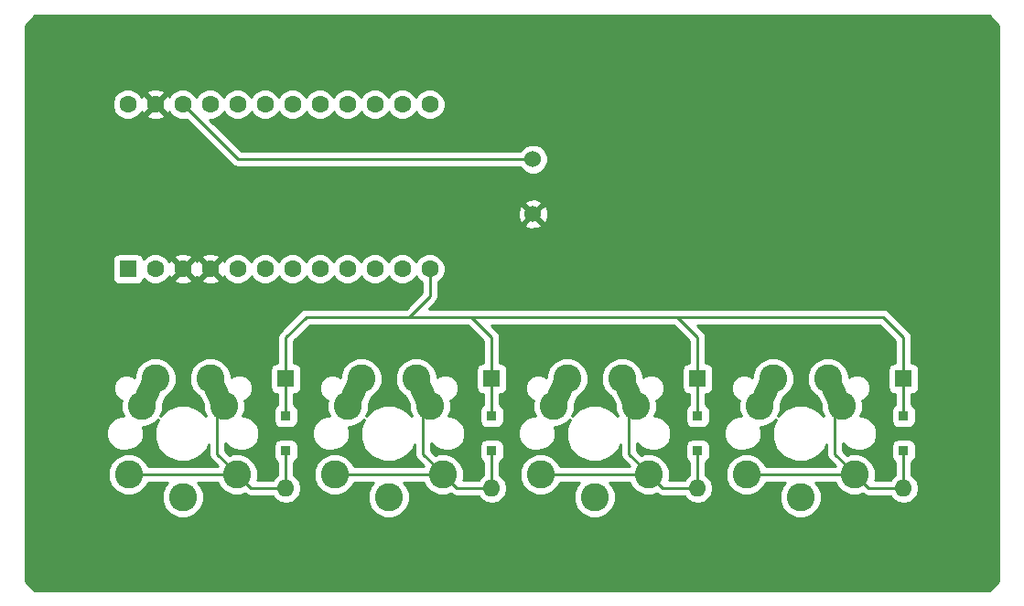
<source format=gtl>
G04 #@! TF.FileFunction,Copper,L1,Top,Signal*
%FSLAX46Y46*%
G04 Gerber Fmt 4.6, Leading zero omitted, Abs format (unit mm)*
G04 Created by KiCad (PCBNEW 4.0.7-e2-6376~58~ubuntu16.04.1) date Fri Dec 22 02:34:49 2017*
%MOMM*%
%LPD*%
G01*
G04 APERTURE LIST*
%ADD10C,0.100000*%
%ADD11R,0.950000X0.950000*%
%ADD12R,1.600000X1.600000*%
%ADD13O,1.600000X1.600000*%
%ADD14C,2.600000*%
%ADD15C,2.000000*%
%ADD16C,1.524000*%
%ADD17C,1.600000*%
%ADD18C,0.254000*%
G04 APERTURE END LIST*
D10*
D11*
X98425000Y-128630000D03*
D12*
X98425000Y-121920000D03*
D13*
X98425000Y-132080000D03*
D11*
X98425000Y-125370000D03*
X117475000Y-128630000D03*
D12*
X117475000Y-121920000D03*
D13*
X117475000Y-132080000D03*
D11*
X117475000Y-125370000D03*
X136525000Y-128630000D03*
D12*
X136525000Y-121920000D03*
D13*
X136525000Y-132080000D03*
D11*
X136525000Y-125370000D03*
X155575000Y-128630000D03*
D12*
X155575000Y-121920000D03*
D13*
X155575000Y-132080000D03*
D11*
X155575000Y-125370000D03*
D14*
X93900000Y-130800000D03*
X83900000Y-130800000D03*
X88900000Y-132900000D03*
D15*
X86163371Y-122291206D02*
X85286629Y-124088794D01*
D14*
X92710000Y-124460000D03*
X91440000Y-121920000D03*
X86360000Y-121920000D03*
X85090000Y-124460000D03*
D15*
X91636629Y-122291206D02*
X92513371Y-124088794D01*
D14*
X112950000Y-130800000D03*
X102950000Y-130800000D03*
X107950000Y-132900000D03*
D15*
X105213371Y-122291206D02*
X104336629Y-124088794D01*
D14*
X111760000Y-124460000D03*
X110490000Y-121920000D03*
X105410000Y-121920000D03*
X104140000Y-124460000D03*
D15*
X110686629Y-122291206D02*
X111563371Y-124088794D01*
D14*
X132000000Y-130800000D03*
X122000000Y-130800000D03*
X127000000Y-132900000D03*
D15*
X124263371Y-122291206D02*
X123386629Y-124088794D01*
D14*
X130810000Y-124460000D03*
X129540000Y-121920000D03*
X124460000Y-121920000D03*
X123190000Y-124460000D03*
D15*
X129736629Y-122291206D02*
X130613371Y-124088794D01*
D14*
X151050000Y-130800000D03*
X141050000Y-130800000D03*
X146050000Y-132900000D03*
D15*
X143313371Y-122291206D02*
X142436629Y-124088794D01*
D14*
X149860000Y-124460000D03*
X148590000Y-121920000D03*
X143510000Y-121920000D03*
X142240000Y-124460000D03*
D15*
X148786629Y-122291206D02*
X149663371Y-124088794D01*
D16*
X121285000Y-101600000D03*
X121285000Y-106680000D03*
D12*
X83820000Y-111760000D03*
D17*
X86360000Y-111760000D03*
X88900000Y-111760000D03*
X91440000Y-111760000D03*
X93980000Y-111760000D03*
X96520000Y-111760000D03*
X99060000Y-111760000D03*
X101600000Y-111760000D03*
X104140000Y-111760000D03*
X106680000Y-111760000D03*
X109220000Y-111760000D03*
X111760000Y-111760000D03*
X111760000Y-96520000D03*
X109220000Y-96520000D03*
X106680000Y-96520000D03*
X104140000Y-96520000D03*
X101600000Y-96520000D03*
X99060000Y-96520000D03*
X96520000Y-96520000D03*
X93980000Y-96520000D03*
X91440000Y-96520000D03*
X88900000Y-96520000D03*
X86360000Y-96520000D03*
X83820000Y-96520000D03*
D18*
X111760000Y-111760000D02*
X111760000Y-114300000D01*
X111760000Y-114300000D02*
X109855000Y-116205000D01*
X136525000Y-121920000D02*
X136525000Y-118110000D01*
X136525000Y-118110000D02*
X134620000Y-116205000D01*
X117475000Y-121920000D02*
X117475000Y-118110000D01*
X117475000Y-118110000D02*
X115570000Y-116205000D01*
X98425000Y-121920000D02*
X98425000Y-118110000D01*
X98425000Y-118110000D02*
X100330000Y-116205000D01*
X100330000Y-116205000D02*
X109855000Y-116205000D01*
X109855000Y-116205000D02*
X115570000Y-116205000D01*
X155575000Y-118110000D02*
X155575000Y-121920000D01*
X153670000Y-116205000D02*
X155575000Y-118110000D01*
X134620000Y-116205000D02*
X153670000Y-116205000D01*
X115570000Y-116205000D02*
X134620000Y-116205000D01*
X155575000Y-125370000D02*
X155575000Y-121920000D01*
X136525000Y-125370000D02*
X136525000Y-121920000D01*
X98425000Y-121920000D02*
X98425000Y-125370000D01*
X117475000Y-125370000D02*
X117475000Y-121920000D01*
X93900000Y-130800000D02*
X93900000Y-130730000D01*
X93900000Y-130730000D02*
X92075000Y-128905000D01*
X92075000Y-128905000D02*
X92075000Y-123190000D01*
X98425000Y-132080000D02*
X95180000Y-132080000D01*
X95180000Y-132080000D02*
X93900000Y-130800000D01*
X93900000Y-130800000D02*
X93900000Y-130095000D01*
X93900000Y-130800000D02*
X83900000Y-130800000D01*
X98425000Y-128630000D02*
X98425000Y-132080000D01*
X112950000Y-130800000D02*
X112950000Y-130730000D01*
X112950000Y-130730000D02*
X111125000Y-128905000D01*
X111125000Y-128905000D02*
X111125000Y-123190000D01*
X117475000Y-132080000D02*
X114230000Y-132080000D01*
X114230000Y-132080000D02*
X112950000Y-130800000D01*
X112950000Y-130800000D02*
X112950000Y-130095000D01*
X117475000Y-132080000D02*
X117475000Y-128630000D01*
X112950000Y-130800000D02*
X102950000Y-130800000D01*
X132000000Y-130800000D02*
X132000000Y-130730000D01*
X132000000Y-130730000D02*
X130175000Y-128905000D01*
X130175000Y-128905000D02*
X130175000Y-123190000D01*
X136525000Y-132080000D02*
X133280000Y-132080000D01*
X133280000Y-132080000D02*
X132000000Y-130800000D01*
X132000000Y-130800000D02*
X122000000Y-130800000D01*
X132000000Y-130800000D02*
X132000000Y-130095000D01*
X136525000Y-128630000D02*
X136525000Y-132080000D01*
X151050000Y-130800000D02*
X151050000Y-130730000D01*
X151050000Y-130730000D02*
X149225000Y-128905000D01*
X149225000Y-128905000D02*
X149225000Y-123190000D01*
X155575000Y-132080000D02*
X152330000Y-132080000D01*
X152330000Y-132080000D02*
X151050000Y-130800000D01*
X151050000Y-130800000D02*
X141050000Y-130800000D01*
X151050000Y-130800000D02*
X151050000Y-130095000D01*
X155575000Y-128630000D02*
X155575000Y-132080000D01*
X121285000Y-101600000D02*
X93980000Y-101600000D01*
X93980000Y-101600000D02*
X88900000Y-96520000D01*
G36*
X164390000Y-89194092D02*
X164390000Y-140675908D01*
X163535908Y-141530000D01*
X75224092Y-141530000D01*
X74370000Y-140675908D01*
X74370000Y-127313893D01*
X81814725Y-127313893D01*
X82055519Y-127896657D01*
X82500997Y-128342914D01*
X83083341Y-128584724D01*
X83713893Y-128585275D01*
X83954112Y-128486018D01*
X84114267Y-128486158D01*
X84660595Y-128260420D01*
X85078951Y-127842794D01*
X85305642Y-127296861D01*
X85306158Y-126705733D01*
X85177798Y-126395077D01*
X85473207Y-126395335D01*
X86184658Y-126101370D01*
X86597913Y-125688836D01*
X86271558Y-126474785D01*
X86270645Y-127520626D01*
X86670028Y-128487207D01*
X87408904Y-129227373D01*
X88374785Y-129628442D01*
X89420626Y-129629355D01*
X90387207Y-129229972D01*
X91127373Y-128491096D01*
X91313000Y-128044057D01*
X91313000Y-128905000D01*
X91371004Y-129196605D01*
X91500898Y-129391004D01*
X91536185Y-129443815D01*
X92123907Y-130031537D01*
X92121223Y-130038000D01*
X85678821Y-130038000D01*
X85541370Y-129705342D01*
X84997521Y-129160543D01*
X84286584Y-128865337D01*
X83516793Y-128864665D01*
X82805342Y-129158630D01*
X82260543Y-129702479D01*
X81965337Y-130413416D01*
X81964665Y-131183207D01*
X82258630Y-131894658D01*
X82802479Y-132439457D01*
X83513416Y-132734663D01*
X84283207Y-132735335D01*
X84994658Y-132441370D01*
X85539457Y-131897521D01*
X85678777Y-131562000D01*
X87501442Y-131562000D01*
X87260543Y-131802479D01*
X86965337Y-132513416D01*
X86964665Y-133283207D01*
X87258630Y-133994658D01*
X87802479Y-134539457D01*
X88513416Y-134834663D01*
X89283207Y-134835335D01*
X89994658Y-134541370D01*
X90539457Y-133997521D01*
X90834663Y-133286584D01*
X90835335Y-132516793D01*
X90541370Y-131805342D01*
X90298452Y-131562000D01*
X92121179Y-131562000D01*
X92258630Y-131894658D01*
X92802479Y-132439457D01*
X93513416Y-132734663D01*
X94283207Y-132735335D01*
X94618970Y-132596601D01*
X94641184Y-132618815D01*
X94814563Y-132734663D01*
X94888395Y-132783996D01*
X95180000Y-132842000D01*
X97222670Y-132842000D01*
X97410302Y-133122811D01*
X97875849Y-133433880D01*
X98425000Y-133543113D01*
X98974151Y-133433880D01*
X99439698Y-133122811D01*
X99750767Y-132657264D01*
X99860000Y-132108113D01*
X99860000Y-132051887D01*
X99750767Y-131502736D01*
X99439698Y-131037189D01*
X99187000Y-130868341D01*
X99187000Y-129674905D01*
X99351441Y-129569090D01*
X99496431Y-129356890D01*
X99547440Y-129105000D01*
X99547440Y-128155000D01*
X99503162Y-127919683D01*
X99364090Y-127703559D01*
X99151890Y-127558569D01*
X98900000Y-127507560D01*
X97950000Y-127507560D01*
X97714683Y-127551838D01*
X97498559Y-127690910D01*
X97353569Y-127903110D01*
X97302560Y-128155000D01*
X97302560Y-129105000D01*
X97346838Y-129340317D01*
X97485910Y-129556441D01*
X97663000Y-129677441D01*
X97663000Y-130868341D01*
X97410302Y-131037189D01*
X97222670Y-131318000D01*
X95780094Y-131318000D01*
X95834663Y-131186584D01*
X95835335Y-130416793D01*
X95541370Y-129705342D01*
X94997521Y-129160543D01*
X94286584Y-128865337D01*
X93516793Y-128864665D01*
X93230563Y-128982933D01*
X92837000Y-128589370D01*
X92837000Y-127958220D01*
X93137206Y-128258951D01*
X93683139Y-128485642D01*
X93845065Y-128485783D01*
X94083341Y-128584724D01*
X94713893Y-128585275D01*
X95296657Y-128344481D01*
X95742914Y-127899003D01*
X95984724Y-127316659D01*
X95984726Y-127313893D01*
X100864725Y-127313893D01*
X101105519Y-127896657D01*
X101550997Y-128342914D01*
X102133341Y-128584724D01*
X102763893Y-128585275D01*
X103004112Y-128486018D01*
X103164267Y-128486158D01*
X103710595Y-128260420D01*
X104128951Y-127842794D01*
X104355642Y-127296861D01*
X104356158Y-126705733D01*
X104227798Y-126395077D01*
X104523207Y-126395335D01*
X105234658Y-126101370D01*
X105647913Y-125688836D01*
X105321558Y-126474785D01*
X105320645Y-127520626D01*
X105720028Y-128487207D01*
X106458904Y-129227373D01*
X107424785Y-129628442D01*
X108470626Y-129629355D01*
X109437207Y-129229972D01*
X110177373Y-128491096D01*
X110363000Y-128044057D01*
X110363000Y-128905000D01*
X110421004Y-129196605D01*
X110550898Y-129391004D01*
X110586185Y-129443815D01*
X111173907Y-130031537D01*
X111171223Y-130038000D01*
X104728821Y-130038000D01*
X104591370Y-129705342D01*
X104047521Y-129160543D01*
X103336584Y-128865337D01*
X102566793Y-128864665D01*
X101855342Y-129158630D01*
X101310543Y-129702479D01*
X101015337Y-130413416D01*
X101014665Y-131183207D01*
X101308630Y-131894658D01*
X101852479Y-132439457D01*
X102563416Y-132734663D01*
X103333207Y-132735335D01*
X104044658Y-132441370D01*
X104589457Y-131897521D01*
X104728777Y-131562000D01*
X106551442Y-131562000D01*
X106310543Y-131802479D01*
X106015337Y-132513416D01*
X106014665Y-133283207D01*
X106308630Y-133994658D01*
X106852479Y-134539457D01*
X107563416Y-134834663D01*
X108333207Y-134835335D01*
X109044658Y-134541370D01*
X109589457Y-133997521D01*
X109884663Y-133286584D01*
X109885335Y-132516793D01*
X109591370Y-131805342D01*
X109348452Y-131562000D01*
X111171179Y-131562000D01*
X111308630Y-131894658D01*
X111852479Y-132439457D01*
X112563416Y-132734663D01*
X113333207Y-132735335D01*
X113668970Y-132596601D01*
X113691184Y-132618815D01*
X113864563Y-132734663D01*
X113938395Y-132783996D01*
X114230000Y-132842000D01*
X116272670Y-132842000D01*
X116460302Y-133122811D01*
X116925849Y-133433880D01*
X117475000Y-133543113D01*
X118024151Y-133433880D01*
X118489698Y-133122811D01*
X118800767Y-132657264D01*
X118910000Y-132108113D01*
X118910000Y-132051887D01*
X118800767Y-131502736D01*
X118489698Y-131037189D01*
X118237000Y-130868341D01*
X118237000Y-129674905D01*
X118401441Y-129569090D01*
X118546431Y-129356890D01*
X118597440Y-129105000D01*
X118597440Y-128155000D01*
X118553162Y-127919683D01*
X118414090Y-127703559D01*
X118201890Y-127558569D01*
X117950000Y-127507560D01*
X117000000Y-127507560D01*
X116764683Y-127551838D01*
X116548559Y-127690910D01*
X116403569Y-127903110D01*
X116352560Y-128155000D01*
X116352560Y-129105000D01*
X116396838Y-129340317D01*
X116535910Y-129556441D01*
X116713000Y-129677441D01*
X116713000Y-130868341D01*
X116460302Y-131037189D01*
X116272670Y-131318000D01*
X114830094Y-131318000D01*
X114884663Y-131186584D01*
X114885335Y-130416793D01*
X114591370Y-129705342D01*
X114047521Y-129160543D01*
X113336584Y-128865337D01*
X112566793Y-128864665D01*
X112280563Y-128982933D01*
X111887000Y-128589370D01*
X111887000Y-127958220D01*
X112187206Y-128258951D01*
X112733139Y-128485642D01*
X112895065Y-128485783D01*
X113133341Y-128584724D01*
X113763893Y-128585275D01*
X114346657Y-128344481D01*
X114792914Y-127899003D01*
X115034724Y-127316659D01*
X115034726Y-127313893D01*
X119914725Y-127313893D01*
X120155519Y-127896657D01*
X120600997Y-128342914D01*
X121183341Y-128584724D01*
X121813893Y-128585275D01*
X122054112Y-128486018D01*
X122214267Y-128486158D01*
X122760595Y-128260420D01*
X123178951Y-127842794D01*
X123405642Y-127296861D01*
X123406158Y-126705733D01*
X123277798Y-126395077D01*
X123573207Y-126395335D01*
X124284658Y-126101370D01*
X124697913Y-125688836D01*
X124371558Y-126474785D01*
X124370645Y-127520626D01*
X124770028Y-128487207D01*
X125508904Y-129227373D01*
X126474785Y-129628442D01*
X127520626Y-129629355D01*
X128487207Y-129229972D01*
X129227373Y-128491096D01*
X129413000Y-128044057D01*
X129413000Y-128905000D01*
X129471004Y-129196605D01*
X129600898Y-129391004D01*
X129636185Y-129443815D01*
X130223907Y-130031537D01*
X130221223Y-130038000D01*
X123778821Y-130038000D01*
X123641370Y-129705342D01*
X123097521Y-129160543D01*
X122386584Y-128865337D01*
X121616793Y-128864665D01*
X120905342Y-129158630D01*
X120360543Y-129702479D01*
X120065337Y-130413416D01*
X120064665Y-131183207D01*
X120358630Y-131894658D01*
X120902479Y-132439457D01*
X121613416Y-132734663D01*
X122383207Y-132735335D01*
X123094658Y-132441370D01*
X123639457Y-131897521D01*
X123778777Y-131562000D01*
X125601442Y-131562000D01*
X125360543Y-131802479D01*
X125065337Y-132513416D01*
X125064665Y-133283207D01*
X125358630Y-133994658D01*
X125902479Y-134539457D01*
X126613416Y-134834663D01*
X127383207Y-134835335D01*
X128094658Y-134541370D01*
X128639457Y-133997521D01*
X128934663Y-133286584D01*
X128935335Y-132516793D01*
X128641370Y-131805342D01*
X128398452Y-131562000D01*
X130221179Y-131562000D01*
X130358630Y-131894658D01*
X130902479Y-132439457D01*
X131613416Y-132734663D01*
X132383207Y-132735335D01*
X132718970Y-132596601D01*
X132741184Y-132618815D01*
X132914563Y-132734663D01*
X132988395Y-132783996D01*
X133280000Y-132842000D01*
X135322670Y-132842000D01*
X135510302Y-133122811D01*
X135975849Y-133433880D01*
X136525000Y-133543113D01*
X137074151Y-133433880D01*
X137539698Y-133122811D01*
X137850767Y-132657264D01*
X137960000Y-132108113D01*
X137960000Y-132051887D01*
X137850767Y-131502736D01*
X137539698Y-131037189D01*
X137287000Y-130868341D01*
X137287000Y-129674905D01*
X137451441Y-129569090D01*
X137596431Y-129356890D01*
X137647440Y-129105000D01*
X137647440Y-128155000D01*
X137603162Y-127919683D01*
X137464090Y-127703559D01*
X137251890Y-127558569D01*
X137000000Y-127507560D01*
X136050000Y-127507560D01*
X135814683Y-127551838D01*
X135598559Y-127690910D01*
X135453569Y-127903110D01*
X135402560Y-128155000D01*
X135402560Y-129105000D01*
X135446838Y-129340317D01*
X135585910Y-129556441D01*
X135763000Y-129677441D01*
X135763000Y-130868341D01*
X135510302Y-131037189D01*
X135322670Y-131318000D01*
X133880094Y-131318000D01*
X133934663Y-131186584D01*
X133935335Y-130416793D01*
X133641370Y-129705342D01*
X133097521Y-129160543D01*
X132386584Y-128865337D01*
X131616793Y-128864665D01*
X131330563Y-128982933D01*
X130937000Y-128589370D01*
X130937000Y-127958220D01*
X131237206Y-128258951D01*
X131783139Y-128485642D01*
X131945065Y-128485783D01*
X132183341Y-128584724D01*
X132813893Y-128585275D01*
X133396657Y-128344481D01*
X133842914Y-127899003D01*
X134084724Y-127316659D01*
X134084726Y-127313893D01*
X138964725Y-127313893D01*
X139205519Y-127896657D01*
X139650997Y-128342914D01*
X140233341Y-128584724D01*
X140863893Y-128585275D01*
X141104112Y-128486018D01*
X141264267Y-128486158D01*
X141810595Y-128260420D01*
X142228951Y-127842794D01*
X142455642Y-127296861D01*
X142456158Y-126705733D01*
X142327798Y-126395077D01*
X142623207Y-126395335D01*
X143334658Y-126101370D01*
X143747913Y-125688836D01*
X143421558Y-126474785D01*
X143420645Y-127520626D01*
X143820028Y-128487207D01*
X144558904Y-129227373D01*
X145524785Y-129628442D01*
X146570626Y-129629355D01*
X147537207Y-129229972D01*
X148277373Y-128491096D01*
X148463000Y-128044057D01*
X148463000Y-128905000D01*
X148521004Y-129196605D01*
X148650898Y-129391004D01*
X148686185Y-129443815D01*
X149273907Y-130031537D01*
X149271223Y-130038000D01*
X142828821Y-130038000D01*
X142691370Y-129705342D01*
X142147521Y-129160543D01*
X141436584Y-128865337D01*
X140666793Y-128864665D01*
X139955342Y-129158630D01*
X139410543Y-129702479D01*
X139115337Y-130413416D01*
X139114665Y-131183207D01*
X139408630Y-131894658D01*
X139952479Y-132439457D01*
X140663416Y-132734663D01*
X141433207Y-132735335D01*
X142144658Y-132441370D01*
X142689457Y-131897521D01*
X142828777Y-131562000D01*
X144651442Y-131562000D01*
X144410543Y-131802479D01*
X144115337Y-132513416D01*
X144114665Y-133283207D01*
X144408630Y-133994658D01*
X144952479Y-134539457D01*
X145663416Y-134834663D01*
X146433207Y-134835335D01*
X147144658Y-134541370D01*
X147689457Y-133997521D01*
X147984663Y-133286584D01*
X147985335Y-132516793D01*
X147691370Y-131805342D01*
X147448452Y-131562000D01*
X149271179Y-131562000D01*
X149408630Y-131894658D01*
X149952479Y-132439457D01*
X150663416Y-132734663D01*
X151433207Y-132735335D01*
X151768970Y-132596601D01*
X151791184Y-132618815D01*
X151964563Y-132734663D01*
X152038395Y-132783996D01*
X152330000Y-132842000D01*
X154372670Y-132842000D01*
X154560302Y-133122811D01*
X155025849Y-133433880D01*
X155575000Y-133543113D01*
X156124151Y-133433880D01*
X156589698Y-133122811D01*
X156900767Y-132657264D01*
X157010000Y-132108113D01*
X157010000Y-132051887D01*
X156900767Y-131502736D01*
X156589698Y-131037189D01*
X156337000Y-130868341D01*
X156337000Y-129674905D01*
X156501441Y-129569090D01*
X156646431Y-129356890D01*
X156697440Y-129105000D01*
X156697440Y-128155000D01*
X156653162Y-127919683D01*
X156514090Y-127703559D01*
X156301890Y-127558569D01*
X156050000Y-127507560D01*
X155100000Y-127507560D01*
X154864683Y-127551838D01*
X154648559Y-127690910D01*
X154503569Y-127903110D01*
X154452560Y-128155000D01*
X154452560Y-129105000D01*
X154496838Y-129340317D01*
X154635910Y-129556441D01*
X154813000Y-129677441D01*
X154813000Y-130868341D01*
X154560302Y-131037189D01*
X154372670Y-131318000D01*
X152930094Y-131318000D01*
X152984663Y-131186584D01*
X152985335Y-130416793D01*
X152691370Y-129705342D01*
X152147521Y-129160543D01*
X151436584Y-128865337D01*
X150666793Y-128864665D01*
X150380563Y-128982933D01*
X149987000Y-128589370D01*
X149987000Y-127958220D01*
X150287206Y-128258951D01*
X150833139Y-128485642D01*
X150995065Y-128485783D01*
X151233341Y-128584724D01*
X151863893Y-128585275D01*
X152446657Y-128344481D01*
X152892914Y-127899003D01*
X153134724Y-127316659D01*
X153135275Y-126686107D01*
X152894481Y-126103343D01*
X152449003Y-125657086D01*
X151866659Y-125415276D01*
X151558634Y-125415007D01*
X151794663Y-124846584D01*
X151795335Y-124076793D01*
X151739718Y-123942188D01*
X151968657Y-123847592D01*
X152316371Y-123500485D01*
X152504785Y-123046734D01*
X152505214Y-122555421D01*
X152317592Y-122101343D01*
X151970485Y-121753629D01*
X151516734Y-121565215D01*
X151025421Y-121564786D01*
X150571343Y-121752408D01*
X150525106Y-121798564D01*
X150525335Y-121536793D01*
X150231370Y-120825342D01*
X149687521Y-120280543D01*
X148976584Y-119985337D01*
X148206793Y-119984665D01*
X147495342Y-120278630D01*
X146950543Y-120822479D01*
X146655337Y-121533416D01*
X146654665Y-122303207D01*
X146948630Y-123014658D01*
X147492479Y-123559457D01*
X147609866Y-123608200D01*
X147925179Y-124254687D01*
X147924665Y-124843207D01*
X148145794Y-125378380D01*
X147541096Y-124772627D01*
X146575215Y-124371558D01*
X145529374Y-124370645D01*
X144562793Y-124770028D01*
X143954171Y-125377589D01*
X144174663Y-124846584D01*
X144175180Y-124253951D01*
X144489835Y-123608814D01*
X144604658Y-123561370D01*
X145149457Y-123017521D01*
X145444663Y-122306584D01*
X145445335Y-121536793D01*
X145151370Y-120825342D01*
X144607521Y-120280543D01*
X143896584Y-119985337D01*
X143126793Y-119984665D01*
X142415342Y-120278630D01*
X141870543Y-120822479D01*
X141575337Y-121533416D01*
X141575106Y-121798328D01*
X141530485Y-121753629D01*
X141076734Y-121565215D01*
X140585421Y-121564786D01*
X140131343Y-121752408D01*
X139783629Y-122099515D01*
X139595215Y-122553266D01*
X139594786Y-123044579D01*
X139782408Y-123498657D01*
X140129515Y-123846371D01*
X140359892Y-123942032D01*
X140305337Y-124073416D01*
X140304665Y-124843207D01*
X140540921Y-125414991D01*
X140236107Y-125414725D01*
X139653343Y-125655519D01*
X139207086Y-126100997D01*
X138965276Y-126683341D01*
X138964725Y-127313893D01*
X134084726Y-127313893D01*
X134085275Y-126686107D01*
X133844481Y-126103343D01*
X133399003Y-125657086D01*
X132816659Y-125415276D01*
X132508634Y-125415007D01*
X132744663Y-124846584D01*
X132745335Y-124076793D01*
X132689718Y-123942188D01*
X132918657Y-123847592D01*
X133266371Y-123500485D01*
X133454785Y-123046734D01*
X133455214Y-122555421D01*
X133267592Y-122101343D01*
X132920485Y-121753629D01*
X132466734Y-121565215D01*
X131975421Y-121564786D01*
X131521343Y-121752408D01*
X131475106Y-121798564D01*
X131475335Y-121536793D01*
X131181370Y-120825342D01*
X130637521Y-120280543D01*
X129926584Y-119985337D01*
X129156793Y-119984665D01*
X128445342Y-120278630D01*
X127900543Y-120822479D01*
X127605337Y-121533416D01*
X127604665Y-122303207D01*
X127898630Y-123014658D01*
X128442479Y-123559457D01*
X128559866Y-123608200D01*
X128875179Y-124254687D01*
X128874665Y-124843207D01*
X129095794Y-125378380D01*
X128491096Y-124772627D01*
X127525215Y-124371558D01*
X126479374Y-124370645D01*
X125512793Y-124770028D01*
X124904171Y-125377589D01*
X125124663Y-124846584D01*
X125125180Y-124253951D01*
X125439835Y-123608814D01*
X125554658Y-123561370D01*
X126099457Y-123017521D01*
X126394663Y-122306584D01*
X126395335Y-121536793D01*
X126101370Y-120825342D01*
X125557521Y-120280543D01*
X124846584Y-119985337D01*
X124076793Y-119984665D01*
X123365342Y-120278630D01*
X122820543Y-120822479D01*
X122525337Y-121533416D01*
X122525106Y-121798328D01*
X122480485Y-121753629D01*
X122026734Y-121565215D01*
X121535421Y-121564786D01*
X121081343Y-121752408D01*
X120733629Y-122099515D01*
X120545215Y-122553266D01*
X120544786Y-123044579D01*
X120732408Y-123498657D01*
X121079515Y-123846371D01*
X121309892Y-123942032D01*
X121255337Y-124073416D01*
X121254665Y-124843207D01*
X121490921Y-125414991D01*
X121186107Y-125414725D01*
X120603343Y-125655519D01*
X120157086Y-126100997D01*
X119915276Y-126683341D01*
X119914725Y-127313893D01*
X115034726Y-127313893D01*
X115035275Y-126686107D01*
X114794481Y-126103343D01*
X114349003Y-125657086D01*
X113766659Y-125415276D01*
X113458634Y-125415007D01*
X113694663Y-124846584D01*
X113695335Y-124076793D01*
X113639718Y-123942188D01*
X113868657Y-123847592D01*
X114216371Y-123500485D01*
X114404785Y-123046734D01*
X114405214Y-122555421D01*
X114217592Y-122101343D01*
X113870485Y-121753629D01*
X113416734Y-121565215D01*
X112925421Y-121564786D01*
X112471343Y-121752408D01*
X112425106Y-121798564D01*
X112425335Y-121536793D01*
X112131370Y-120825342D01*
X111587521Y-120280543D01*
X110876584Y-119985337D01*
X110106793Y-119984665D01*
X109395342Y-120278630D01*
X108850543Y-120822479D01*
X108555337Y-121533416D01*
X108554665Y-122303207D01*
X108848630Y-123014658D01*
X109392479Y-123559457D01*
X109509866Y-123608200D01*
X109825179Y-124254687D01*
X109824665Y-124843207D01*
X110045794Y-125378380D01*
X109441096Y-124772627D01*
X108475215Y-124371558D01*
X107429374Y-124370645D01*
X106462793Y-124770028D01*
X105854171Y-125377589D01*
X106074663Y-124846584D01*
X106075180Y-124253951D01*
X106389835Y-123608814D01*
X106504658Y-123561370D01*
X107049457Y-123017521D01*
X107344663Y-122306584D01*
X107345335Y-121536793D01*
X107051370Y-120825342D01*
X106507521Y-120280543D01*
X105796584Y-119985337D01*
X105026793Y-119984665D01*
X104315342Y-120278630D01*
X103770543Y-120822479D01*
X103475337Y-121533416D01*
X103475106Y-121798328D01*
X103430485Y-121753629D01*
X102976734Y-121565215D01*
X102485421Y-121564786D01*
X102031343Y-121752408D01*
X101683629Y-122099515D01*
X101495215Y-122553266D01*
X101494786Y-123044579D01*
X101682408Y-123498657D01*
X102029515Y-123846371D01*
X102259892Y-123942032D01*
X102205337Y-124073416D01*
X102204665Y-124843207D01*
X102440921Y-125414991D01*
X102136107Y-125414725D01*
X101553343Y-125655519D01*
X101107086Y-126100997D01*
X100865276Y-126683341D01*
X100864725Y-127313893D01*
X95984726Y-127313893D01*
X95985275Y-126686107D01*
X95744481Y-126103343D01*
X95299003Y-125657086D01*
X94716659Y-125415276D01*
X94408634Y-125415007D01*
X94644663Y-124846584D01*
X94645335Y-124076793D01*
X94589718Y-123942188D01*
X94818657Y-123847592D01*
X95166371Y-123500485D01*
X95354785Y-123046734D01*
X95355214Y-122555421D01*
X95167592Y-122101343D01*
X94820485Y-121753629D01*
X94366734Y-121565215D01*
X93875421Y-121564786D01*
X93421343Y-121752408D01*
X93375106Y-121798564D01*
X93375335Y-121536793D01*
X93081370Y-120825342D01*
X92537521Y-120280543D01*
X91826584Y-119985337D01*
X91056793Y-119984665D01*
X90345342Y-120278630D01*
X89800543Y-120822479D01*
X89505337Y-121533416D01*
X89504665Y-122303207D01*
X89798630Y-123014658D01*
X90342479Y-123559457D01*
X90459866Y-123608200D01*
X90775179Y-124254687D01*
X90774665Y-124843207D01*
X90995794Y-125378380D01*
X90391096Y-124772627D01*
X89425215Y-124371558D01*
X88379374Y-124370645D01*
X87412793Y-124770028D01*
X86804171Y-125377589D01*
X87024663Y-124846584D01*
X87025180Y-124253951D01*
X87339835Y-123608814D01*
X87454658Y-123561370D01*
X87999457Y-123017521D01*
X88294663Y-122306584D01*
X88295335Y-121536793D01*
X88001370Y-120825342D01*
X87457521Y-120280543D01*
X86746584Y-119985337D01*
X85976793Y-119984665D01*
X85265342Y-120278630D01*
X84720543Y-120822479D01*
X84425337Y-121533416D01*
X84425106Y-121798328D01*
X84380485Y-121753629D01*
X83926734Y-121565215D01*
X83435421Y-121564786D01*
X82981343Y-121752408D01*
X82633629Y-122099515D01*
X82445215Y-122553266D01*
X82444786Y-123044579D01*
X82632408Y-123498657D01*
X82979515Y-123846371D01*
X83209892Y-123942032D01*
X83155337Y-124073416D01*
X83154665Y-124843207D01*
X83390921Y-125414991D01*
X83086107Y-125414725D01*
X82503343Y-125655519D01*
X82057086Y-126100997D01*
X81815276Y-126683341D01*
X81814725Y-127313893D01*
X74370000Y-127313893D01*
X74370000Y-110960000D01*
X82372560Y-110960000D01*
X82372560Y-112560000D01*
X82416838Y-112795317D01*
X82555910Y-113011441D01*
X82768110Y-113156431D01*
X83020000Y-113207440D01*
X84620000Y-113207440D01*
X84855317Y-113163162D01*
X85071441Y-113024090D01*
X85216431Y-112811890D01*
X85244426Y-112673646D01*
X85546077Y-112975824D01*
X86073309Y-113194750D01*
X86644187Y-113195248D01*
X87171800Y-112977243D01*
X87381663Y-112767745D01*
X88071861Y-112767745D01*
X88145995Y-113013864D01*
X88683223Y-113206965D01*
X89253454Y-113179778D01*
X89654005Y-113013864D01*
X89728139Y-112767745D01*
X90611861Y-112767745D01*
X90685995Y-113013864D01*
X91223223Y-113206965D01*
X91793454Y-113179778D01*
X92194005Y-113013864D01*
X92268139Y-112767745D01*
X91440000Y-111939605D01*
X90611861Y-112767745D01*
X89728139Y-112767745D01*
X88900000Y-111939605D01*
X88071861Y-112767745D01*
X87381663Y-112767745D01*
X87575824Y-112573923D01*
X87623448Y-112459232D01*
X87646136Y-112514005D01*
X87892255Y-112588139D01*
X88720395Y-111760000D01*
X89079605Y-111760000D01*
X89907745Y-112588139D01*
X90153864Y-112514005D01*
X90168858Y-112472291D01*
X90186136Y-112514005D01*
X90432255Y-112588139D01*
X91260395Y-111760000D01*
X91619605Y-111760000D01*
X92447745Y-112588139D01*
X92693864Y-112514005D01*
X92714805Y-112455746D01*
X92762757Y-112571800D01*
X93166077Y-112975824D01*
X93693309Y-113194750D01*
X94264187Y-113195248D01*
X94791800Y-112977243D01*
X95195824Y-112573923D01*
X95249862Y-112443785D01*
X95302757Y-112571800D01*
X95706077Y-112975824D01*
X96233309Y-113194750D01*
X96804187Y-113195248D01*
X97331800Y-112977243D01*
X97735824Y-112573923D01*
X97789862Y-112443785D01*
X97842757Y-112571800D01*
X98246077Y-112975824D01*
X98773309Y-113194750D01*
X99344187Y-113195248D01*
X99871800Y-112977243D01*
X100275824Y-112573923D01*
X100329862Y-112443785D01*
X100382757Y-112571800D01*
X100786077Y-112975824D01*
X101313309Y-113194750D01*
X101884187Y-113195248D01*
X102411800Y-112977243D01*
X102815824Y-112573923D01*
X102869862Y-112443785D01*
X102922757Y-112571800D01*
X103326077Y-112975824D01*
X103853309Y-113194750D01*
X104424187Y-113195248D01*
X104951800Y-112977243D01*
X105355824Y-112573923D01*
X105409862Y-112443785D01*
X105462757Y-112571800D01*
X105866077Y-112975824D01*
X106393309Y-113194750D01*
X106964187Y-113195248D01*
X107491800Y-112977243D01*
X107895824Y-112573923D01*
X107949862Y-112443785D01*
X108002757Y-112571800D01*
X108406077Y-112975824D01*
X108933309Y-113194750D01*
X109504187Y-113195248D01*
X110031800Y-112977243D01*
X110435824Y-112573923D01*
X110489862Y-112443785D01*
X110542757Y-112571800D01*
X110946077Y-112975824D01*
X110998000Y-112997384D01*
X110998000Y-113984370D01*
X109539370Y-115443000D01*
X100330000Y-115443000D01*
X100038395Y-115501004D01*
X99791185Y-115666185D01*
X97886185Y-117571185D01*
X97721004Y-117818395D01*
X97663000Y-118110000D01*
X97663000Y-120472560D01*
X97625000Y-120472560D01*
X97389683Y-120516838D01*
X97173559Y-120655910D01*
X97028569Y-120868110D01*
X96977560Y-121120000D01*
X96977560Y-122720000D01*
X97021838Y-122955317D01*
X97160910Y-123171441D01*
X97373110Y-123316431D01*
X97625000Y-123367440D01*
X97663000Y-123367440D01*
X97663000Y-124325095D01*
X97498559Y-124430910D01*
X97353569Y-124643110D01*
X97302560Y-124895000D01*
X97302560Y-125845000D01*
X97346838Y-126080317D01*
X97485910Y-126296441D01*
X97698110Y-126441431D01*
X97950000Y-126492440D01*
X98900000Y-126492440D01*
X99135317Y-126448162D01*
X99351441Y-126309090D01*
X99496431Y-126096890D01*
X99547440Y-125845000D01*
X99547440Y-124895000D01*
X99503162Y-124659683D01*
X99364090Y-124443559D01*
X99187000Y-124322559D01*
X99187000Y-123367440D01*
X99225000Y-123367440D01*
X99460317Y-123323162D01*
X99676441Y-123184090D01*
X99821431Y-122971890D01*
X99872440Y-122720000D01*
X99872440Y-121120000D01*
X99828162Y-120884683D01*
X99689090Y-120668559D01*
X99476890Y-120523569D01*
X99225000Y-120472560D01*
X99187000Y-120472560D01*
X99187000Y-118425630D01*
X100645630Y-116967000D01*
X115254370Y-116967000D01*
X116713000Y-118425630D01*
X116713000Y-120472560D01*
X116675000Y-120472560D01*
X116439683Y-120516838D01*
X116223559Y-120655910D01*
X116078569Y-120868110D01*
X116027560Y-121120000D01*
X116027560Y-122720000D01*
X116071838Y-122955317D01*
X116210910Y-123171441D01*
X116423110Y-123316431D01*
X116675000Y-123367440D01*
X116713000Y-123367440D01*
X116713000Y-124325095D01*
X116548559Y-124430910D01*
X116403569Y-124643110D01*
X116352560Y-124895000D01*
X116352560Y-125845000D01*
X116396838Y-126080317D01*
X116535910Y-126296441D01*
X116748110Y-126441431D01*
X117000000Y-126492440D01*
X117950000Y-126492440D01*
X118185317Y-126448162D01*
X118401441Y-126309090D01*
X118546431Y-126096890D01*
X118597440Y-125845000D01*
X118597440Y-124895000D01*
X118553162Y-124659683D01*
X118414090Y-124443559D01*
X118237000Y-124322559D01*
X118237000Y-123367440D01*
X118275000Y-123367440D01*
X118510317Y-123323162D01*
X118726441Y-123184090D01*
X118871431Y-122971890D01*
X118922440Y-122720000D01*
X118922440Y-121120000D01*
X118878162Y-120884683D01*
X118739090Y-120668559D01*
X118526890Y-120523569D01*
X118275000Y-120472560D01*
X118237000Y-120472560D01*
X118237000Y-118110000D01*
X118178996Y-117818395D01*
X118013815Y-117571185D01*
X117409630Y-116967000D01*
X134304370Y-116967000D01*
X135763000Y-118425630D01*
X135763000Y-120472560D01*
X135725000Y-120472560D01*
X135489683Y-120516838D01*
X135273559Y-120655910D01*
X135128569Y-120868110D01*
X135077560Y-121120000D01*
X135077560Y-122720000D01*
X135121838Y-122955317D01*
X135260910Y-123171441D01*
X135473110Y-123316431D01*
X135725000Y-123367440D01*
X135763000Y-123367440D01*
X135763000Y-124325095D01*
X135598559Y-124430910D01*
X135453569Y-124643110D01*
X135402560Y-124895000D01*
X135402560Y-125845000D01*
X135446838Y-126080317D01*
X135585910Y-126296441D01*
X135798110Y-126441431D01*
X136050000Y-126492440D01*
X137000000Y-126492440D01*
X137235317Y-126448162D01*
X137451441Y-126309090D01*
X137596431Y-126096890D01*
X137647440Y-125845000D01*
X137647440Y-124895000D01*
X137603162Y-124659683D01*
X137464090Y-124443559D01*
X137287000Y-124322559D01*
X137287000Y-123367440D01*
X137325000Y-123367440D01*
X137560317Y-123323162D01*
X137776441Y-123184090D01*
X137921431Y-122971890D01*
X137972440Y-122720000D01*
X137972440Y-121120000D01*
X137928162Y-120884683D01*
X137789090Y-120668559D01*
X137576890Y-120523569D01*
X137325000Y-120472560D01*
X137287000Y-120472560D01*
X137287000Y-118110000D01*
X137228996Y-117818395D01*
X137063815Y-117571185D01*
X136459630Y-116967000D01*
X153354370Y-116967000D01*
X154813000Y-118425630D01*
X154813000Y-120472560D01*
X154775000Y-120472560D01*
X154539683Y-120516838D01*
X154323559Y-120655910D01*
X154178569Y-120868110D01*
X154127560Y-121120000D01*
X154127560Y-122720000D01*
X154171838Y-122955317D01*
X154310910Y-123171441D01*
X154523110Y-123316431D01*
X154775000Y-123367440D01*
X154813000Y-123367440D01*
X154813000Y-124325095D01*
X154648559Y-124430910D01*
X154503569Y-124643110D01*
X154452560Y-124895000D01*
X154452560Y-125845000D01*
X154496838Y-126080317D01*
X154635910Y-126296441D01*
X154848110Y-126441431D01*
X155100000Y-126492440D01*
X156050000Y-126492440D01*
X156285317Y-126448162D01*
X156501441Y-126309090D01*
X156646431Y-126096890D01*
X156697440Y-125845000D01*
X156697440Y-124895000D01*
X156653162Y-124659683D01*
X156514090Y-124443559D01*
X156337000Y-124322559D01*
X156337000Y-123367440D01*
X156375000Y-123367440D01*
X156610317Y-123323162D01*
X156826441Y-123184090D01*
X156971431Y-122971890D01*
X157022440Y-122720000D01*
X157022440Y-121120000D01*
X156978162Y-120884683D01*
X156839090Y-120668559D01*
X156626890Y-120523569D01*
X156375000Y-120472560D01*
X156337000Y-120472560D01*
X156337000Y-118110000D01*
X156278996Y-117818395D01*
X156113815Y-117571185D01*
X154208815Y-115666185D01*
X153961605Y-115501004D01*
X153670000Y-115443000D01*
X111694630Y-115443000D01*
X112298815Y-114838815D01*
X112463996Y-114591605D01*
X112522000Y-114300000D01*
X112522000Y-112997820D01*
X112571800Y-112977243D01*
X112975824Y-112573923D01*
X113194750Y-112046691D01*
X113195248Y-111475813D01*
X112977243Y-110948200D01*
X112573923Y-110544176D01*
X112046691Y-110325250D01*
X111475813Y-110324752D01*
X110948200Y-110542757D01*
X110544176Y-110946077D01*
X110490138Y-111076215D01*
X110437243Y-110948200D01*
X110033923Y-110544176D01*
X109506691Y-110325250D01*
X108935813Y-110324752D01*
X108408200Y-110542757D01*
X108004176Y-110946077D01*
X107950138Y-111076215D01*
X107897243Y-110948200D01*
X107493923Y-110544176D01*
X106966691Y-110325250D01*
X106395813Y-110324752D01*
X105868200Y-110542757D01*
X105464176Y-110946077D01*
X105410138Y-111076215D01*
X105357243Y-110948200D01*
X104953923Y-110544176D01*
X104426691Y-110325250D01*
X103855813Y-110324752D01*
X103328200Y-110542757D01*
X102924176Y-110946077D01*
X102870138Y-111076215D01*
X102817243Y-110948200D01*
X102413923Y-110544176D01*
X101886691Y-110325250D01*
X101315813Y-110324752D01*
X100788200Y-110542757D01*
X100384176Y-110946077D01*
X100330138Y-111076215D01*
X100277243Y-110948200D01*
X99873923Y-110544176D01*
X99346691Y-110325250D01*
X98775813Y-110324752D01*
X98248200Y-110542757D01*
X97844176Y-110946077D01*
X97790138Y-111076215D01*
X97737243Y-110948200D01*
X97333923Y-110544176D01*
X96806691Y-110325250D01*
X96235813Y-110324752D01*
X95708200Y-110542757D01*
X95304176Y-110946077D01*
X95250138Y-111076215D01*
X95197243Y-110948200D01*
X94793923Y-110544176D01*
X94266691Y-110325250D01*
X93695813Y-110324752D01*
X93168200Y-110542757D01*
X92764176Y-110946077D01*
X92716552Y-111060768D01*
X92693864Y-111005995D01*
X92447745Y-110931861D01*
X91619605Y-111760000D01*
X91260395Y-111760000D01*
X90432255Y-110931861D01*
X90186136Y-111005995D01*
X90171142Y-111047709D01*
X90153864Y-111005995D01*
X89907745Y-110931861D01*
X89079605Y-111760000D01*
X88720395Y-111760000D01*
X87892255Y-110931861D01*
X87646136Y-111005995D01*
X87625195Y-111064254D01*
X87577243Y-110948200D01*
X87381640Y-110752255D01*
X88071861Y-110752255D01*
X88900000Y-111580395D01*
X89728139Y-110752255D01*
X90611861Y-110752255D01*
X91440000Y-111580395D01*
X92268139Y-110752255D01*
X92194005Y-110506136D01*
X91656777Y-110313035D01*
X91086546Y-110340222D01*
X90685995Y-110506136D01*
X90611861Y-110752255D01*
X89728139Y-110752255D01*
X89654005Y-110506136D01*
X89116777Y-110313035D01*
X88546546Y-110340222D01*
X88145995Y-110506136D01*
X88071861Y-110752255D01*
X87381640Y-110752255D01*
X87173923Y-110544176D01*
X86646691Y-110325250D01*
X86075813Y-110324752D01*
X85548200Y-110542757D01*
X85245742Y-110844688D01*
X85223162Y-110724683D01*
X85084090Y-110508559D01*
X84871890Y-110363569D01*
X84620000Y-110312560D01*
X83020000Y-110312560D01*
X82784683Y-110356838D01*
X82568559Y-110495910D01*
X82423569Y-110708110D01*
X82372560Y-110960000D01*
X74370000Y-110960000D01*
X74370000Y-107660213D01*
X120484392Y-107660213D01*
X120553857Y-107902397D01*
X121077302Y-108089144D01*
X121632368Y-108061362D01*
X122016143Y-107902397D01*
X122085608Y-107660213D01*
X121285000Y-106859605D01*
X120484392Y-107660213D01*
X74370000Y-107660213D01*
X74370000Y-106472302D01*
X119875856Y-106472302D01*
X119903638Y-107027368D01*
X120062603Y-107411143D01*
X120304787Y-107480608D01*
X121105395Y-106680000D01*
X121464605Y-106680000D01*
X122265213Y-107480608D01*
X122507397Y-107411143D01*
X122694144Y-106887698D01*
X122666362Y-106332632D01*
X122507397Y-105948857D01*
X122265213Y-105879392D01*
X121464605Y-106680000D01*
X121105395Y-106680000D01*
X120304787Y-105879392D01*
X120062603Y-105948857D01*
X119875856Y-106472302D01*
X74370000Y-106472302D01*
X74370000Y-105699787D01*
X120484392Y-105699787D01*
X121285000Y-106500395D01*
X122085608Y-105699787D01*
X122016143Y-105457603D01*
X121492698Y-105270856D01*
X120937632Y-105298638D01*
X120553857Y-105457603D01*
X120484392Y-105699787D01*
X74370000Y-105699787D01*
X74370000Y-96804187D01*
X82384752Y-96804187D01*
X82602757Y-97331800D01*
X83006077Y-97735824D01*
X83533309Y-97954750D01*
X84104187Y-97955248D01*
X84631800Y-97737243D01*
X84841663Y-97527745D01*
X85531861Y-97527745D01*
X85605995Y-97773864D01*
X86143223Y-97966965D01*
X86713454Y-97939778D01*
X87114005Y-97773864D01*
X87188139Y-97527745D01*
X86360000Y-96699605D01*
X85531861Y-97527745D01*
X84841663Y-97527745D01*
X85035824Y-97333923D01*
X85083448Y-97219232D01*
X85106136Y-97274005D01*
X85352255Y-97348139D01*
X86180395Y-96520000D01*
X86539605Y-96520000D01*
X87367745Y-97348139D01*
X87613864Y-97274005D01*
X87634805Y-97215746D01*
X87682757Y-97331800D01*
X88086077Y-97735824D01*
X88613309Y-97954750D01*
X89184187Y-97955248D01*
X89236148Y-97933778D01*
X93441185Y-102138815D01*
X93688395Y-102303996D01*
X93980000Y-102362000D01*
X120088295Y-102362000D01*
X120099990Y-102390303D01*
X120492630Y-102783629D01*
X121005900Y-102996757D01*
X121561661Y-102997242D01*
X122075303Y-102785010D01*
X122468629Y-102392370D01*
X122681757Y-101879100D01*
X122682242Y-101323339D01*
X122470010Y-100809697D01*
X122077370Y-100416371D01*
X121564100Y-100203243D01*
X121008339Y-100202758D01*
X120494697Y-100414990D01*
X120101371Y-100807630D01*
X120088760Y-100838000D01*
X94295630Y-100838000D01*
X91412606Y-97954976D01*
X91724187Y-97955248D01*
X92251800Y-97737243D01*
X92655824Y-97333923D01*
X92709862Y-97203785D01*
X92762757Y-97331800D01*
X93166077Y-97735824D01*
X93693309Y-97954750D01*
X94264187Y-97955248D01*
X94791800Y-97737243D01*
X95195824Y-97333923D01*
X95249862Y-97203785D01*
X95302757Y-97331800D01*
X95706077Y-97735824D01*
X96233309Y-97954750D01*
X96804187Y-97955248D01*
X97331800Y-97737243D01*
X97735824Y-97333923D01*
X97789862Y-97203785D01*
X97842757Y-97331800D01*
X98246077Y-97735824D01*
X98773309Y-97954750D01*
X99344187Y-97955248D01*
X99871800Y-97737243D01*
X100275824Y-97333923D01*
X100329862Y-97203785D01*
X100382757Y-97331800D01*
X100786077Y-97735824D01*
X101313309Y-97954750D01*
X101884187Y-97955248D01*
X102411800Y-97737243D01*
X102815824Y-97333923D01*
X102869862Y-97203785D01*
X102922757Y-97331800D01*
X103326077Y-97735824D01*
X103853309Y-97954750D01*
X104424187Y-97955248D01*
X104951800Y-97737243D01*
X105355824Y-97333923D01*
X105409862Y-97203785D01*
X105462757Y-97331800D01*
X105866077Y-97735824D01*
X106393309Y-97954750D01*
X106964187Y-97955248D01*
X107491800Y-97737243D01*
X107895824Y-97333923D01*
X107949862Y-97203785D01*
X108002757Y-97331800D01*
X108406077Y-97735824D01*
X108933309Y-97954750D01*
X109504187Y-97955248D01*
X110031800Y-97737243D01*
X110435824Y-97333923D01*
X110489862Y-97203785D01*
X110542757Y-97331800D01*
X110946077Y-97735824D01*
X111473309Y-97954750D01*
X112044187Y-97955248D01*
X112571800Y-97737243D01*
X112975824Y-97333923D01*
X113194750Y-96806691D01*
X113195248Y-96235813D01*
X112977243Y-95708200D01*
X112573923Y-95304176D01*
X112046691Y-95085250D01*
X111475813Y-95084752D01*
X110948200Y-95302757D01*
X110544176Y-95706077D01*
X110490138Y-95836215D01*
X110437243Y-95708200D01*
X110033923Y-95304176D01*
X109506691Y-95085250D01*
X108935813Y-95084752D01*
X108408200Y-95302757D01*
X108004176Y-95706077D01*
X107950138Y-95836215D01*
X107897243Y-95708200D01*
X107493923Y-95304176D01*
X106966691Y-95085250D01*
X106395813Y-95084752D01*
X105868200Y-95302757D01*
X105464176Y-95706077D01*
X105410138Y-95836215D01*
X105357243Y-95708200D01*
X104953923Y-95304176D01*
X104426691Y-95085250D01*
X103855813Y-95084752D01*
X103328200Y-95302757D01*
X102924176Y-95706077D01*
X102870138Y-95836215D01*
X102817243Y-95708200D01*
X102413923Y-95304176D01*
X101886691Y-95085250D01*
X101315813Y-95084752D01*
X100788200Y-95302757D01*
X100384176Y-95706077D01*
X100330138Y-95836215D01*
X100277243Y-95708200D01*
X99873923Y-95304176D01*
X99346691Y-95085250D01*
X98775813Y-95084752D01*
X98248200Y-95302757D01*
X97844176Y-95706077D01*
X97790138Y-95836215D01*
X97737243Y-95708200D01*
X97333923Y-95304176D01*
X96806691Y-95085250D01*
X96235813Y-95084752D01*
X95708200Y-95302757D01*
X95304176Y-95706077D01*
X95250138Y-95836215D01*
X95197243Y-95708200D01*
X94793923Y-95304176D01*
X94266691Y-95085250D01*
X93695813Y-95084752D01*
X93168200Y-95302757D01*
X92764176Y-95706077D01*
X92710138Y-95836215D01*
X92657243Y-95708200D01*
X92253923Y-95304176D01*
X91726691Y-95085250D01*
X91155813Y-95084752D01*
X90628200Y-95302757D01*
X90224176Y-95706077D01*
X90170138Y-95836215D01*
X90117243Y-95708200D01*
X89713923Y-95304176D01*
X89186691Y-95085250D01*
X88615813Y-95084752D01*
X88088200Y-95302757D01*
X87684176Y-95706077D01*
X87636552Y-95820768D01*
X87613864Y-95765995D01*
X87367745Y-95691861D01*
X86539605Y-96520000D01*
X86180395Y-96520000D01*
X85352255Y-95691861D01*
X85106136Y-95765995D01*
X85085195Y-95824254D01*
X85037243Y-95708200D01*
X84841640Y-95512255D01*
X85531861Y-95512255D01*
X86360000Y-96340395D01*
X87188139Y-95512255D01*
X87114005Y-95266136D01*
X86576777Y-95073035D01*
X86006546Y-95100222D01*
X85605995Y-95266136D01*
X85531861Y-95512255D01*
X84841640Y-95512255D01*
X84633923Y-95304176D01*
X84106691Y-95085250D01*
X83535813Y-95084752D01*
X83008200Y-95302757D01*
X82604176Y-95706077D01*
X82385250Y-96233309D01*
X82384752Y-96804187D01*
X74370000Y-96804187D01*
X74370000Y-89194092D01*
X75224092Y-88340000D01*
X163535908Y-88340000D01*
X164390000Y-89194092D01*
X164390000Y-89194092D01*
G37*
X164390000Y-89194092D02*
X164390000Y-140675908D01*
X163535908Y-141530000D01*
X75224092Y-141530000D01*
X74370000Y-140675908D01*
X74370000Y-127313893D01*
X81814725Y-127313893D01*
X82055519Y-127896657D01*
X82500997Y-128342914D01*
X83083341Y-128584724D01*
X83713893Y-128585275D01*
X83954112Y-128486018D01*
X84114267Y-128486158D01*
X84660595Y-128260420D01*
X85078951Y-127842794D01*
X85305642Y-127296861D01*
X85306158Y-126705733D01*
X85177798Y-126395077D01*
X85473207Y-126395335D01*
X86184658Y-126101370D01*
X86597913Y-125688836D01*
X86271558Y-126474785D01*
X86270645Y-127520626D01*
X86670028Y-128487207D01*
X87408904Y-129227373D01*
X88374785Y-129628442D01*
X89420626Y-129629355D01*
X90387207Y-129229972D01*
X91127373Y-128491096D01*
X91313000Y-128044057D01*
X91313000Y-128905000D01*
X91371004Y-129196605D01*
X91500898Y-129391004D01*
X91536185Y-129443815D01*
X92123907Y-130031537D01*
X92121223Y-130038000D01*
X85678821Y-130038000D01*
X85541370Y-129705342D01*
X84997521Y-129160543D01*
X84286584Y-128865337D01*
X83516793Y-128864665D01*
X82805342Y-129158630D01*
X82260543Y-129702479D01*
X81965337Y-130413416D01*
X81964665Y-131183207D01*
X82258630Y-131894658D01*
X82802479Y-132439457D01*
X83513416Y-132734663D01*
X84283207Y-132735335D01*
X84994658Y-132441370D01*
X85539457Y-131897521D01*
X85678777Y-131562000D01*
X87501442Y-131562000D01*
X87260543Y-131802479D01*
X86965337Y-132513416D01*
X86964665Y-133283207D01*
X87258630Y-133994658D01*
X87802479Y-134539457D01*
X88513416Y-134834663D01*
X89283207Y-134835335D01*
X89994658Y-134541370D01*
X90539457Y-133997521D01*
X90834663Y-133286584D01*
X90835335Y-132516793D01*
X90541370Y-131805342D01*
X90298452Y-131562000D01*
X92121179Y-131562000D01*
X92258630Y-131894658D01*
X92802479Y-132439457D01*
X93513416Y-132734663D01*
X94283207Y-132735335D01*
X94618970Y-132596601D01*
X94641184Y-132618815D01*
X94814563Y-132734663D01*
X94888395Y-132783996D01*
X95180000Y-132842000D01*
X97222670Y-132842000D01*
X97410302Y-133122811D01*
X97875849Y-133433880D01*
X98425000Y-133543113D01*
X98974151Y-133433880D01*
X99439698Y-133122811D01*
X99750767Y-132657264D01*
X99860000Y-132108113D01*
X99860000Y-132051887D01*
X99750767Y-131502736D01*
X99439698Y-131037189D01*
X99187000Y-130868341D01*
X99187000Y-129674905D01*
X99351441Y-129569090D01*
X99496431Y-129356890D01*
X99547440Y-129105000D01*
X99547440Y-128155000D01*
X99503162Y-127919683D01*
X99364090Y-127703559D01*
X99151890Y-127558569D01*
X98900000Y-127507560D01*
X97950000Y-127507560D01*
X97714683Y-127551838D01*
X97498559Y-127690910D01*
X97353569Y-127903110D01*
X97302560Y-128155000D01*
X97302560Y-129105000D01*
X97346838Y-129340317D01*
X97485910Y-129556441D01*
X97663000Y-129677441D01*
X97663000Y-130868341D01*
X97410302Y-131037189D01*
X97222670Y-131318000D01*
X95780094Y-131318000D01*
X95834663Y-131186584D01*
X95835335Y-130416793D01*
X95541370Y-129705342D01*
X94997521Y-129160543D01*
X94286584Y-128865337D01*
X93516793Y-128864665D01*
X93230563Y-128982933D01*
X92837000Y-128589370D01*
X92837000Y-127958220D01*
X93137206Y-128258951D01*
X93683139Y-128485642D01*
X93845065Y-128485783D01*
X94083341Y-128584724D01*
X94713893Y-128585275D01*
X95296657Y-128344481D01*
X95742914Y-127899003D01*
X95984724Y-127316659D01*
X95984726Y-127313893D01*
X100864725Y-127313893D01*
X101105519Y-127896657D01*
X101550997Y-128342914D01*
X102133341Y-128584724D01*
X102763893Y-128585275D01*
X103004112Y-128486018D01*
X103164267Y-128486158D01*
X103710595Y-128260420D01*
X104128951Y-127842794D01*
X104355642Y-127296861D01*
X104356158Y-126705733D01*
X104227798Y-126395077D01*
X104523207Y-126395335D01*
X105234658Y-126101370D01*
X105647913Y-125688836D01*
X105321558Y-126474785D01*
X105320645Y-127520626D01*
X105720028Y-128487207D01*
X106458904Y-129227373D01*
X107424785Y-129628442D01*
X108470626Y-129629355D01*
X109437207Y-129229972D01*
X110177373Y-128491096D01*
X110363000Y-128044057D01*
X110363000Y-128905000D01*
X110421004Y-129196605D01*
X110550898Y-129391004D01*
X110586185Y-129443815D01*
X111173907Y-130031537D01*
X111171223Y-130038000D01*
X104728821Y-130038000D01*
X104591370Y-129705342D01*
X104047521Y-129160543D01*
X103336584Y-128865337D01*
X102566793Y-128864665D01*
X101855342Y-129158630D01*
X101310543Y-129702479D01*
X101015337Y-130413416D01*
X101014665Y-131183207D01*
X101308630Y-131894658D01*
X101852479Y-132439457D01*
X102563416Y-132734663D01*
X103333207Y-132735335D01*
X104044658Y-132441370D01*
X104589457Y-131897521D01*
X104728777Y-131562000D01*
X106551442Y-131562000D01*
X106310543Y-131802479D01*
X106015337Y-132513416D01*
X106014665Y-133283207D01*
X106308630Y-133994658D01*
X106852479Y-134539457D01*
X107563416Y-134834663D01*
X108333207Y-134835335D01*
X109044658Y-134541370D01*
X109589457Y-133997521D01*
X109884663Y-133286584D01*
X109885335Y-132516793D01*
X109591370Y-131805342D01*
X109348452Y-131562000D01*
X111171179Y-131562000D01*
X111308630Y-131894658D01*
X111852479Y-132439457D01*
X112563416Y-132734663D01*
X113333207Y-132735335D01*
X113668970Y-132596601D01*
X113691184Y-132618815D01*
X113864563Y-132734663D01*
X113938395Y-132783996D01*
X114230000Y-132842000D01*
X116272670Y-132842000D01*
X116460302Y-133122811D01*
X116925849Y-133433880D01*
X117475000Y-133543113D01*
X118024151Y-133433880D01*
X118489698Y-133122811D01*
X118800767Y-132657264D01*
X118910000Y-132108113D01*
X118910000Y-132051887D01*
X118800767Y-131502736D01*
X118489698Y-131037189D01*
X118237000Y-130868341D01*
X118237000Y-129674905D01*
X118401441Y-129569090D01*
X118546431Y-129356890D01*
X118597440Y-129105000D01*
X118597440Y-128155000D01*
X118553162Y-127919683D01*
X118414090Y-127703559D01*
X118201890Y-127558569D01*
X117950000Y-127507560D01*
X117000000Y-127507560D01*
X116764683Y-127551838D01*
X116548559Y-127690910D01*
X116403569Y-127903110D01*
X116352560Y-128155000D01*
X116352560Y-129105000D01*
X116396838Y-129340317D01*
X116535910Y-129556441D01*
X116713000Y-129677441D01*
X116713000Y-130868341D01*
X116460302Y-131037189D01*
X116272670Y-131318000D01*
X114830094Y-131318000D01*
X114884663Y-131186584D01*
X114885335Y-130416793D01*
X114591370Y-129705342D01*
X114047521Y-129160543D01*
X113336584Y-128865337D01*
X112566793Y-128864665D01*
X112280563Y-128982933D01*
X111887000Y-128589370D01*
X111887000Y-127958220D01*
X112187206Y-128258951D01*
X112733139Y-128485642D01*
X112895065Y-128485783D01*
X113133341Y-128584724D01*
X113763893Y-128585275D01*
X114346657Y-128344481D01*
X114792914Y-127899003D01*
X115034724Y-127316659D01*
X115034726Y-127313893D01*
X119914725Y-127313893D01*
X120155519Y-127896657D01*
X120600997Y-128342914D01*
X121183341Y-128584724D01*
X121813893Y-128585275D01*
X122054112Y-128486018D01*
X122214267Y-128486158D01*
X122760595Y-128260420D01*
X123178951Y-127842794D01*
X123405642Y-127296861D01*
X123406158Y-126705733D01*
X123277798Y-126395077D01*
X123573207Y-126395335D01*
X124284658Y-126101370D01*
X124697913Y-125688836D01*
X124371558Y-126474785D01*
X124370645Y-127520626D01*
X124770028Y-128487207D01*
X125508904Y-129227373D01*
X126474785Y-129628442D01*
X127520626Y-129629355D01*
X128487207Y-129229972D01*
X129227373Y-128491096D01*
X129413000Y-128044057D01*
X129413000Y-128905000D01*
X129471004Y-129196605D01*
X129600898Y-129391004D01*
X129636185Y-129443815D01*
X130223907Y-130031537D01*
X130221223Y-130038000D01*
X123778821Y-130038000D01*
X123641370Y-129705342D01*
X123097521Y-129160543D01*
X122386584Y-128865337D01*
X121616793Y-128864665D01*
X120905342Y-129158630D01*
X120360543Y-129702479D01*
X120065337Y-130413416D01*
X120064665Y-131183207D01*
X120358630Y-131894658D01*
X120902479Y-132439457D01*
X121613416Y-132734663D01*
X122383207Y-132735335D01*
X123094658Y-132441370D01*
X123639457Y-131897521D01*
X123778777Y-131562000D01*
X125601442Y-131562000D01*
X125360543Y-131802479D01*
X125065337Y-132513416D01*
X125064665Y-133283207D01*
X125358630Y-133994658D01*
X125902479Y-134539457D01*
X126613416Y-134834663D01*
X127383207Y-134835335D01*
X128094658Y-134541370D01*
X128639457Y-133997521D01*
X128934663Y-133286584D01*
X128935335Y-132516793D01*
X128641370Y-131805342D01*
X128398452Y-131562000D01*
X130221179Y-131562000D01*
X130358630Y-131894658D01*
X130902479Y-132439457D01*
X131613416Y-132734663D01*
X132383207Y-132735335D01*
X132718970Y-132596601D01*
X132741184Y-132618815D01*
X132914563Y-132734663D01*
X132988395Y-132783996D01*
X133280000Y-132842000D01*
X135322670Y-132842000D01*
X135510302Y-133122811D01*
X135975849Y-133433880D01*
X136525000Y-133543113D01*
X137074151Y-133433880D01*
X137539698Y-133122811D01*
X137850767Y-132657264D01*
X137960000Y-132108113D01*
X137960000Y-132051887D01*
X137850767Y-131502736D01*
X137539698Y-131037189D01*
X137287000Y-130868341D01*
X137287000Y-129674905D01*
X137451441Y-129569090D01*
X137596431Y-129356890D01*
X137647440Y-129105000D01*
X137647440Y-128155000D01*
X137603162Y-127919683D01*
X137464090Y-127703559D01*
X137251890Y-127558569D01*
X137000000Y-127507560D01*
X136050000Y-127507560D01*
X135814683Y-127551838D01*
X135598559Y-127690910D01*
X135453569Y-127903110D01*
X135402560Y-128155000D01*
X135402560Y-129105000D01*
X135446838Y-129340317D01*
X135585910Y-129556441D01*
X135763000Y-129677441D01*
X135763000Y-130868341D01*
X135510302Y-131037189D01*
X135322670Y-131318000D01*
X133880094Y-131318000D01*
X133934663Y-131186584D01*
X133935335Y-130416793D01*
X133641370Y-129705342D01*
X133097521Y-129160543D01*
X132386584Y-128865337D01*
X131616793Y-128864665D01*
X131330563Y-128982933D01*
X130937000Y-128589370D01*
X130937000Y-127958220D01*
X131237206Y-128258951D01*
X131783139Y-128485642D01*
X131945065Y-128485783D01*
X132183341Y-128584724D01*
X132813893Y-128585275D01*
X133396657Y-128344481D01*
X133842914Y-127899003D01*
X134084724Y-127316659D01*
X134084726Y-127313893D01*
X138964725Y-127313893D01*
X139205519Y-127896657D01*
X139650997Y-128342914D01*
X140233341Y-128584724D01*
X140863893Y-128585275D01*
X141104112Y-128486018D01*
X141264267Y-128486158D01*
X141810595Y-128260420D01*
X142228951Y-127842794D01*
X142455642Y-127296861D01*
X142456158Y-126705733D01*
X142327798Y-126395077D01*
X142623207Y-126395335D01*
X143334658Y-126101370D01*
X143747913Y-125688836D01*
X143421558Y-126474785D01*
X143420645Y-127520626D01*
X143820028Y-128487207D01*
X144558904Y-129227373D01*
X145524785Y-129628442D01*
X146570626Y-129629355D01*
X147537207Y-129229972D01*
X148277373Y-128491096D01*
X148463000Y-128044057D01*
X148463000Y-128905000D01*
X148521004Y-129196605D01*
X148650898Y-129391004D01*
X148686185Y-129443815D01*
X149273907Y-130031537D01*
X149271223Y-130038000D01*
X142828821Y-130038000D01*
X142691370Y-129705342D01*
X142147521Y-129160543D01*
X141436584Y-128865337D01*
X140666793Y-128864665D01*
X139955342Y-129158630D01*
X139410543Y-129702479D01*
X139115337Y-130413416D01*
X139114665Y-131183207D01*
X139408630Y-131894658D01*
X139952479Y-132439457D01*
X140663416Y-132734663D01*
X141433207Y-132735335D01*
X142144658Y-132441370D01*
X142689457Y-131897521D01*
X142828777Y-131562000D01*
X144651442Y-131562000D01*
X144410543Y-131802479D01*
X144115337Y-132513416D01*
X144114665Y-133283207D01*
X144408630Y-133994658D01*
X144952479Y-134539457D01*
X145663416Y-134834663D01*
X146433207Y-134835335D01*
X147144658Y-134541370D01*
X147689457Y-133997521D01*
X147984663Y-133286584D01*
X147985335Y-132516793D01*
X147691370Y-131805342D01*
X147448452Y-131562000D01*
X149271179Y-131562000D01*
X149408630Y-131894658D01*
X149952479Y-132439457D01*
X150663416Y-132734663D01*
X151433207Y-132735335D01*
X151768970Y-132596601D01*
X151791184Y-132618815D01*
X151964563Y-132734663D01*
X152038395Y-132783996D01*
X152330000Y-132842000D01*
X154372670Y-132842000D01*
X154560302Y-133122811D01*
X155025849Y-133433880D01*
X155575000Y-133543113D01*
X156124151Y-133433880D01*
X156589698Y-133122811D01*
X156900767Y-132657264D01*
X157010000Y-132108113D01*
X157010000Y-132051887D01*
X156900767Y-131502736D01*
X156589698Y-131037189D01*
X156337000Y-130868341D01*
X156337000Y-129674905D01*
X156501441Y-129569090D01*
X156646431Y-129356890D01*
X156697440Y-129105000D01*
X156697440Y-128155000D01*
X156653162Y-127919683D01*
X156514090Y-127703559D01*
X156301890Y-127558569D01*
X156050000Y-127507560D01*
X155100000Y-127507560D01*
X154864683Y-127551838D01*
X154648559Y-127690910D01*
X154503569Y-127903110D01*
X154452560Y-128155000D01*
X154452560Y-129105000D01*
X154496838Y-129340317D01*
X154635910Y-129556441D01*
X154813000Y-129677441D01*
X154813000Y-130868341D01*
X154560302Y-131037189D01*
X154372670Y-131318000D01*
X152930094Y-131318000D01*
X152984663Y-131186584D01*
X152985335Y-130416793D01*
X152691370Y-129705342D01*
X152147521Y-129160543D01*
X151436584Y-128865337D01*
X150666793Y-128864665D01*
X150380563Y-128982933D01*
X149987000Y-128589370D01*
X149987000Y-127958220D01*
X150287206Y-128258951D01*
X150833139Y-128485642D01*
X150995065Y-128485783D01*
X151233341Y-128584724D01*
X151863893Y-128585275D01*
X152446657Y-128344481D01*
X152892914Y-127899003D01*
X153134724Y-127316659D01*
X153135275Y-126686107D01*
X152894481Y-126103343D01*
X152449003Y-125657086D01*
X151866659Y-125415276D01*
X151558634Y-125415007D01*
X151794663Y-124846584D01*
X151795335Y-124076793D01*
X151739718Y-123942188D01*
X151968657Y-123847592D01*
X152316371Y-123500485D01*
X152504785Y-123046734D01*
X152505214Y-122555421D01*
X152317592Y-122101343D01*
X151970485Y-121753629D01*
X151516734Y-121565215D01*
X151025421Y-121564786D01*
X150571343Y-121752408D01*
X150525106Y-121798564D01*
X150525335Y-121536793D01*
X150231370Y-120825342D01*
X149687521Y-120280543D01*
X148976584Y-119985337D01*
X148206793Y-119984665D01*
X147495342Y-120278630D01*
X146950543Y-120822479D01*
X146655337Y-121533416D01*
X146654665Y-122303207D01*
X146948630Y-123014658D01*
X147492479Y-123559457D01*
X147609866Y-123608200D01*
X147925179Y-124254687D01*
X147924665Y-124843207D01*
X148145794Y-125378380D01*
X147541096Y-124772627D01*
X146575215Y-124371558D01*
X145529374Y-124370645D01*
X144562793Y-124770028D01*
X143954171Y-125377589D01*
X144174663Y-124846584D01*
X144175180Y-124253951D01*
X144489835Y-123608814D01*
X144604658Y-123561370D01*
X145149457Y-123017521D01*
X145444663Y-122306584D01*
X145445335Y-121536793D01*
X145151370Y-120825342D01*
X144607521Y-120280543D01*
X143896584Y-119985337D01*
X143126793Y-119984665D01*
X142415342Y-120278630D01*
X141870543Y-120822479D01*
X141575337Y-121533416D01*
X141575106Y-121798328D01*
X141530485Y-121753629D01*
X141076734Y-121565215D01*
X140585421Y-121564786D01*
X140131343Y-121752408D01*
X139783629Y-122099515D01*
X139595215Y-122553266D01*
X139594786Y-123044579D01*
X139782408Y-123498657D01*
X140129515Y-123846371D01*
X140359892Y-123942032D01*
X140305337Y-124073416D01*
X140304665Y-124843207D01*
X140540921Y-125414991D01*
X140236107Y-125414725D01*
X139653343Y-125655519D01*
X139207086Y-126100997D01*
X138965276Y-126683341D01*
X138964725Y-127313893D01*
X134084726Y-127313893D01*
X134085275Y-126686107D01*
X133844481Y-126103343D01*
X133399003Y-125657086D01*
X132816659Y-125415276D01*
X132508634Y-125415007D01*
X132744663Y-124846584D01*
X132745335Y-124076793D01*
X132689718Y-123942188D01*
X132918657Y-123847592D01*
X133266371Y-123500485D01*
X133454785Y-123046734D01*
X133455214Y-122555421D01*
X133267592Y-122101343D01*
X132920485Y-121753629D01*
X132466734Y-121565215D01*
X131975421Y-121564786D01*
X131521343Y-121752408D01*
X131475106Y-121798564D01*
X131475335Y-121536793D01*
X131181370Y-120825342D01*
X130637521Y-120280543D01*
X129926584Y-119985337D01*
X129156793Y-119984665D01*
X128445342Y-120278630D01*
X127900543Y-120822479D01*
X127605337Y-121533416D01*
X127604665Y-122303207D01*
X127898630Y-123014658D01*
X128442479Y-123559457D01*
X128559866Y-123608200D01*
X128875179Y-124254687D01*
X128874665Y-124843207D01*
X129095794Y-125378380D01*
X128491096Y-124772627D01*
X127525215Y-124371558D01*
X126479374Y-124370645D01*
X125512793Y-124770028D01*
X124904171Y-125377589D01*
X125124663Y-124846584D01*
X125125180Y-124253951D01*
X125439835Y-123608814D01*
X125554658Y-123561370D01*
X126099457Y-123017521D01*
X126394663Y-122306584D01*
X126395335Y-121536793D01*
X126101370Y-120825342D01*
X125557521Y-120280543D01*
X124846584Y-119985337D01*
X124076793Y-119984665D01*
X123365342Y-120278630D01*
X122820543Y-120822479D01*
X122525337Y-121533416D01*
X122525106Y-121798328D01*
X122480485Y-121753629D01*
X122026734Y-121565215D01*
X121535421Y-121564786D01*
X121081343Y-121752408D01*
X120733629Y-122099515D01*
X120545215Y-122553266D01*
X120544786Y-123044579D01*
X120732408Y-123498657D01*
X121079515Y-123846371D01*
X121309892Y-123942032D01*
X121255337Y-124073416D01*
X121254665Y-124843207D01*
X121490921Y-125414991D01*
X121186107Y-125414725D01*
X120603343Y-125655519D01*
X120157086Y-126100997D01*
X119915276Y-126683341D01*
X119914725Y-127313893D01*
X115034726Y-127313893D01*
X115035275Y-126686107D01*
X114794481Y-126103343D01*
X114349003Y-125657086D01*
X113766659Y-125415276D01*
X113458634Y-125415007D01*
X113694663Y-124846584D01*
X113695335Y-124076793D01*
X113639718Y-123942188D01*
X113868657Y-123847592D01*
X114216371Y-123500485D01*
X114404785Y-123046734D01*
X114405214Y-122555421D01*
X114217592Y-122101343D01*
X113870485Y-121753629D01*
X113416734Y-121565215D01*
X112925421Y-121564786D01*
X112471343Y-121752408D01*
X112425106Y-121798564D01*
X112425335Y-121536793D01*
X112131370Y-120825342D01*
X111587521Y-120280543D01*
X110876584Y-119985337D01*
X110106793Y-119984665D01*
X109395342Y-120278630D01*
X108850543Y-120822479D01*
X108555337Y-121533416D01*
X108554665Y-122303207D01*
X108848630Y-123014658D01*
X109392479Y-123559457D01*
X109509866Y-123608200D01*
X109825179Y-124254687D01*
X109824665Y-124843207D01*
X110045794Y-125378380D01*
X109441096Y-124772627D01*
X108475215Y-124371558D01*
X107429374Y-124370645D01*
X106462793Y-124770028D01*
X105854171Y-125377589D01*
X106074663Y-124846584D01*
X106075180Y-124253951D01*
X106389835Y-123608814D01*
X106504658Y-123561370D01*
X107049457Y-123017521D01*
X107344663Y-122306584D01*
X107345335Y-121536793D01*
X107051370Y-120825342D01*
X106507521Y-120280543D01*
X105796584Y-119985337D01*
X105026793Y-119984665D01*
X104315342Y-120278630D01*
X103770543Y-120822479D01*
X103475337Y-121533416D01*
X103475106Y-121798328D01*
X103430485Y-121753629D01*
X102976734Y-121565215D01*
X102485421Y-121564786D01*
X102031343Y-121752408D01*
X101683629Y-122099515D01*
X101495215Y-122553266D01*
X101494786Y-123044579D01*
X101682408Y-123498657D01*
X102029515Y-123846371D01*
X102259892Y-123942032D01*
X102205337Y-124073416D01*
X102204665Y-124843207D01*
X102440921Y-125414991D01*
X102136107Y-125414725D01*
X101553343Y-125655519D01*
X101107086Y-126100997D01*
X100865276Y-126683341D01*
X100864725Y-127313893D01*
X95984726Y-127313893D01*
X95985275Y-126686107D01*
X95744481Y-126103343D01*
X95299003Y-125657086D01*
X94716659Y-125415276D01*
X94408634Y-125415007D01*
X94644663Y-124846584D01*
X94645335Y-124076793D01*
X94589718Y-123942188D01*
X94818657Y-123847592D01*
X95166371Y-123500485D01*
X95354785Y-123046734D01*
X95355214Y-122555421D01*
X95167592Y-122101343D01*
X94820485Y-121753629D01*
X94366734Y-121565215D01*
X93875421Y-121564786D01*
X93421343Y-121752408D01*
X93375106Y-121798564D01*
X93375335Y-121536793D01*
X93081370Y-120825342D01*
X92537521Y-120280543D01*
X91826584Y-119985337D01*
X91056793Y-119984665D01*
X90345342Y-120278630D01*
X89800543Y-120822479D01*
X89505337Y-121533416D01*
X89504665Y-122303207D01*
X89798630Y-123014658D01*
X90342479Y-123559457D01*
X90459866Y-123608200D01*
X90775179Y-124254687D01*
X90774665Y-124843207D01*
X90995794Y-125378380D01*
X90391096Y-124772627D01*
X89425215Y-124371558D01*
X88379374Y-124370645D01*
X87412793Y-124770028D01*
X86804171Y-125377589D01*
X87024663Y-124846584D01*
X87025180Y-124253951D01*
X87339835Y-123608814D01*
X87454658Y-123561370D01*
X87999457Y-123017521D01*
X88294663Y-122306584D01*
X88295335Y-121536793D01*
X88001370Y-120825342D01*
X87457521Y-120280543D01*
X86746584Y-119985337D01*
X85976793Y-119984665D01*
X85265342Y-120278630D01*
X84720543Y-120822479D01*
X84425337Y-121533416D01*
X84425106Y-121798328D01*
X84380485Y-121753629D01*
X83926734Y-121565215D01*
X83435421Y-121564786D01*
X82981343Y-121752408D01*
X82633629Y-122099515D01*
X82445215Y-122553266D01*
X82444786Y-123044579D01*
X82632408Y-123498657D01*
X82979515Y-123846371D01*
X83209892Y-123942032D01*
X83155337Y-124073416D01*
X83154665Y-124843207D01*
X83390921Y-125414991D01*
X83086107Y-125414725D01*
X82503343Y-125655519D01*
X82057086Y-126100997D01*
X81815276Y-126683341D01*
X81814725Y-127313893D01*
X74370000Y-127313893D01*
X74370000Y-110960000D01*
X82372560Y-110960000D01*
X82372560Y-112560000D01*
X82416838Y-112795317D01*
X82555910Y-113011441D01*
X82768110Y-113156431D01*
X83020000Y-113207440D01*
X84620000Y-113207440D01*
X84855317Y-113163162D01*
X85071441Y-113024090D01*
X85216431Y-112811890D01*
X85244426Y-112673646D01*
X85546077Y-112975824D01*
X86073309Y-113194750D01*
X86644187Y-113195248D01*
X87171800Y-112977243D01*
X87381663Y-112767745D01*
X88071861Y-112767745D01*
X88145995Y-113013864D01*
X88683223Y-113206965D01*
X89253454Y-113179778D01*
X89654005Y-113013864D01*
X89728139Y-112767745D01*
X90611861Y-112767745D01*
X90685995Y-113013864D01*
X91223223Y-113206965D01*
X91793454Y-113179778D01*
X92194005Y-113013864D01*
X92268139Y-112767745D01*
X91440000Y-111939605D01*
X90611861Y-112767745D01*
X89728139Y-112767745D01*
X88900000Y-111939605D01*
X88071861Y-112767745D01*
X87381663Y-112767745D01*
X87575824Y-112573923D01*
X87623448Y-112459232D01*
X87646136Y-112514005D01*
X87892255Y-112588139D01*
X88720395Y-111760000D01*
X89079605Y-111760000D01*
X89907745Y-112588139D01*
X90153864Y-112514005D01*
X90168858Y-112472291D01*
X90186136Y-112514005D01*
X90432255Y-112588139D01*
X91260395Y-111760000D01*
X91619605Y-111760000D01*
X92447745Y-112588139D01*
X92693864Y-112514005D01*
X92714805Y-112455746D01*
X92762757Y-112571800D01*
X93166077Y-112975824D01*
X93693309Y-113194750D01*
X94264187Y-113195248D01*
X94791800Y-112977243D01*
X95195824Y-112573923D01*
X95249862Y-112443785D01*
X95302757Y-112571800D01*
X95706077Y-112975824D01*
X96233309Y-113194750D01*
X96804187Y-113195248D01*
X97331800Y-112977243D01*
X97735824Y-112573923D01*
X97789862Y-112443785D01*
X97842757Y-112571800D01*
X98246077Y-112975824D01*
X98773309Y-113194750D01*
X99344187Y-113195248D01*
X99871800Y-112977243D01*
X100275824Y-112573923D01*
X100329862Y-112443785D01*
X100382757Y-112571800D01*
X100786077Y-112975824D01*
X101313309Y-113194750D01*
X101884187Y-113195248D01*
X102411800Y-112977243D01*
X102815824Y-112573923D01*
X102869862Y-112443785D01*
X102922757Y-112571800D01*
X103326077Y-112975824D01*
X103853309Y-113194750D01*
X104424187Y-113195248D01*
X104951800Y-112977243D01*
X105355824Y-112573923D01*
X105409862Y-112443785D01*
X105462757Y-112571800D01*
X105866077Y-112975824D01*
X106393309Y-113194750D01*
X106964187Y-113195248D01*
X107491800Y-112977243D01*
X107895824Y-112573923D01*
X107949862Y-112443785D01*
X108002757Y-112571800D01*
X108406077Y-112975824D01*
X108933309Y-113194750D01*
X109504187Y-113195248D01*
X110031800Y-112977243D01*
X110435824Y-112573923D01*
X110489862Y-112443785D01*
X110542757Y-112571800D01*
X110946077Y-112975824D01*
X110998000Y-112997384D01*
X110998000Y-113984370D01*
X109539370Y-115443000D01*
X100330000Y-115443000D01*
X100038395Y-115501004D01*
X99791185Y-115666185D01*
X97886185Y-117571185D01*
X97721004Y-117818395D01*
X97663000Y-118110000D01*
X97663000Y-120472560D01*
X97625000Y-120472560D01*
X97389683Y-120516838D01*
X97173559Y-120655910D01*
X97028569Y-120868110D01*
X96977560Y-121120000D01*
X96977560Y-122720000D01*
X97021838Y-122955317D01*
X97160910Y-123171441D01*
X97373110Y-123316431D01*
X97625000Y-123367440D01*
X97663000Y-123367440D01*
X97663000Y-124325095D01*
X97498559Y-124430910D01*
X97353569Y-124643110D01*
X97302560Y-124895000D01*
X97302560Y-125845000D01*
X97346838Y-126080317D01*
X97485910Y-126296441D01*
X97698110Y-126441431D01*
X97950000Y-126492440D01*
X98900000Y-126492440D01*
X99135317Y-126448162D01*
X99351441Y-126309090D01*
X99496431Y-126096890D01*
X99547440Y-125845000D01*
X99547440Y-124895000D01*
X99503162Y-124659683D01*
X99364090Y-124443559D01*
X99187000Y-124322559D01*
X99187000Y-123367440D01*
X99225000Y-123367440D01*
X99460317Y-123323162D01*
X99676441Y-123184090D01*
X99821431Y-122971890D01*
X99872440Y-122720000D01*
X99872440Y-121120000D01*
X99828162Y-120884683D01*
X99689090Y-120668559D01*
X99476890Y-120523569D01*
X99225000Y-120472560D01*
X99187000Y-120472560D01*
X99187000Y-118425630D01*
X100645630Y-116967000D01*
X115254370Y-116967000D01*
X116713000Y-118425630D01*
X116713000Y-120472560D01*
X116675000Y-120472560D01*
X116439683Y-120516838D01*
X116223559Y-120655910D01*
X116078569Y-120868110D01*
X116027560Y-121120000D01*
X116027560Y-122720000D01*
X116071838Y-122955317D01*
X116210910Y-123171441D01*
X116423110Y-123316431D01*
X116675000Y-123367440D01*
X116713000Y-123367440D01*
X116713000Y-124325095D01*
X116548559Y-124430910D01*
X116403569Y-124643110D01*
X116352560Y-124895000D01*
X116352560Y-125845000D01*
X116396838Y-126080317D01*
X116535910Y-126296441D01*
X116748110Y-126441431D01*
X117000000Y-126492440D01*
X117950000Y-126492440D01*
X118185317Y-126448162D01*
X118401441Y-126309090D01*
X118546431Y-126096890D01*
X118597440Y-125845000D01*
X118597440Y-124895000D01*
X118553162Y-124659683D01*
X118414090Y-124443559D01*
X118237000Y-124322559D01*
X118237000Y-123367440D01*
X118275000Y-123367440D01*
X118510317Y-123323162D01*
X118726441Y-123184090D01*
X118871431Y-122971890D01*
X118922440Y-122720000D01*
X118922440Y-121120000D01*
X118878162Y-120884683D01*
X118739090Y-120668559D01*
X118526890Y-120523569D01*
X118275000Y-120472560D01*
X118237000Y-120472560D01*
X118237000Y-118110000D01*
X118178996Y-117818395D01*
X118013815Y-117571185D01*
X117409630Y-116967000D01*
X134304370Y-116967000D01*
X135763000Y-118425630D01*
X135763000Y-120472560D01*
X135725000Y-120472560D01*
X135489683Y-120516838D01*
X135273559Y-120655910D01*
X135128569Y-120868110D01*
X135077560Y-121120000D01*
X135077560Y-122720000D01*
X135121838Y-122955317D01*
X135260910Y-123171441D01*
X135473110Y-123316431D01*
X135725000Y-123367440D01*
X135763000Y-123367440D01*
X135763000Y-124325095D01*
X135598559Y-124430910D01*
X135453569Y-124643110D01*
X135402560Y-124895000D01*
X135402560Y-125845000D01*
X135446838Y-126080317D01*
X135585910Y-126296441D01*
X135798110Y-126441431D01*
X136050000Y-126492440D01*
X137000000Y-126492440D01*
X137235317Y-126448162D01*
X137451441Y-126309090D01*
X137596431Y-126096890D01*
X137647440Y-125845000D01*
X137647440Y-124895000D01*
X137603162Y-124659683D01*
X137464090Y-124443559D01*
X137287000Y-124322559D01*
X137287000Y-123367440D01*
X137325000Y-123367440D01*
X137560317Y-123323162D01*
X137776441Y-123184090D01*
X137921431Y-122971890D01*
X137972440Y-122720000D01*
X137972440Y-121120000D01*
X137928162Y-120884683D01*
X137789090Y-120668559D01*
X137576890Y-120523569D01*
X137325000Y-120472560D01*
X137287000Y-120472560D01*
X137287000Y-118110000D01*
X137228996Y-117818395D01*
X137063815Y-117571185D01*
X136459630Y-116967000D01*
X153354370Y-116967000D01*
X154813000Y-118425630D01*
X154813000Y-120472560D01*
X154775000Y-120472560D01*
X154539683Y-120516838D01*
X154323559Y-120655910D01*
X154178569Y-120868110D01*
X154127560Y-121120000D01*
X154127560Y-122720000D01*
X154171838Y-122955317D01*
X154310910Y-123171441D01*
X154523110Y-123316431D01*
X154775000Y-123367440D01*
X154813000Y-123367440D01*
X154813000Y-124325095D01*
X154648559Y-124430910D01*
X154503569Y-124643110D01*
X154452560Y-124895000D01*
X154452560Y-125845000D01*
X154496838Y-126080317D01*
X154635910Y-126296441D01*
X154848110Y-126441431D01*
X155100000Y-126492440D01*
X156050000Y-126492440D01*
X156285317Y-126448162D01*
X156501441Y-126309090D01*
X156646431Y-126096890D01*
X156697440Y-125845000D01*
X156697440Y-124895000D01*
X156653162Y-124659683D01*
X156514090Y-124443559D01*
X156337000Y-124322559D01*
X156337000Y-123367440D01*
X156375000Y-123367440D01*
X156610317Y-123323162D01*
X156826441Y-123184090D01*
X156971431Y-122971890D01*
X157022440Y-122720000D01*
X157022440Y-121120000D01*
X156978162Y-120884683D01*
X156839090Y-120668559D01*
X156626890Y-120523569D01*
X156375000Y-120472560D01*
X156337000Y-120472560D01*
X156337000Y-118110000D01*
X156278996Y-117818395D01*
X156113815Y-117571185D01*
X154208815Y-115666185D01*
X153961605Y-115501004D01*
X153670000Y-115443000D01*
X111694630Y-115443000D01*
X112298815Y-114838815D01*
X112463996Y-114591605D01*
X112522000Y-114300000D01*
X112522000Y-112997820D01*
X112571800Y-112977243D01*
X112975824Y-112573923D01*
X113194750Y-112046691D01*
X113195248Y-111475813D01*
X112977243Y-110948200D01*
X112573923Y-110544176D01*
X112046691Y-110325250D01*
X111475813Y-110324752D01*
X110948200Y-110542757D01*
X110544176Y-110946077D01*
X110490138Y-111076215D01*
X110437243Y-110948200D01*
X110033923Y-110544176D01*
X109506691Y-110325250D01*
X108935813Y-110324752D01*
X108408200Y-110542757D01*
X108004176Y-110946077D01*
X107950138Y-111076215D01*
X107897243Y-110948200D01*
X107493923Y-110544176D01*
X106966691Y-110325250D01*
X106395813Y-110324752D01*
X105868200Y-110542757D01*
X105464176Y-110946077D01*
X105410138Y-111076215D01*
X105357243Y-110948200D01*
X104953923Y-110544176D01*
X104426691Y-110325250D01*
X103855813Y-110324752D01*
X103328200Y-110542757D01*
X102924176Y-110946077D01*
X102870138Y-111076215D01*
X102817243Y-110948200D01*
X102413923Y-110544176D01*
X101886691Y-110325250D01*
X101315813Y-110324752D01*
X100788200Y-110542757D01*
X100384176Y-110946077D01*
X100330138Y-111076215D01*
X100277243Y-110948200D01*
X99873923Y-110544176D01*
X99346691Y-110325250D01*
X98775813Y-110324752D01*
X98248200Y-110542757D01*
X97844176Y-110946077D01*
X97790138Y-111076215D01*
X97737243Y-110948200D01*
X97333923Y-110544176D01*
X96806691Y-110325250D01*
X96235813Y-110324752D01*
X95708200Y-110542757D01*
X95304176Y-110946077D01*
X95250138Y-111076215D01*
X95197243Y-110948200D01*
X94793923Y-110544176D01*
X94266691Y-110325250D01*
X93695813Y-110324752D01*
X93168200Y-110542757D01*
X92764176Y-110946077D01*
X92716552Y-111060768D01*
X92693864Y-111005995D01*
X92447745Y-110931861D01*
X91619605Y-111760000D01*
X91260395Y-111760000D01*
X90432255Y-110931861D01*
X90186136Y-111005995D01*
X90171142Y-111047709D01*
X90153864Y-111005995D01*
X89907745Y-110931861D01*
X89079605Y-111760000D01*
X88720395Y-111760000D01*
X87892255Y-110931861D01*
X87646136Y-111005995D01*
X87625195Y-111064254D01*
X87577243Y-110948200D01*
X87381640Y-110752255D01*
X88071861Y-110752255D01*
X88900000Y-111580395D01*
X89728139Y-110752255D01*
X90611861Y-110752255D01*
X91440000Y-111580395D01*
X92268139Y-110752255D01*
X92194005Y-110506136D01*
X91656777Y-110313035D01*
X91086546Y-110340222D01*
X90685995Y-110506136D01*
X90611861Y-110752255D01*
X89728139Y-110752255D01*
X89654005Y-110506136D01*
X89116777Y-110313035D01*
X88546546Y-110340222D01*
X88145995Y-110506136D01*
X88071861Y-110752255D01*
X87381640Y-110752255D01*
X87173923Y-110544176D01*
X86646691Y-110325250D01*
X86075813Y-110324752D01*
X85548200Y-110542757D01*
X85245742Y-110844688D01*
X85223162Y-110724683D01*
X85084090Y-110508559D01*
X84871890Y-110363569D01*
X84620000Y-110312560D01*
X83020000Y-110312560D01*
X82784683Y-110356838D01*
X82568559Y-110495910D01*
X82423569Y-110708110D01*
X82372560Y-110960000D01*
X74370000Y-110960000D01*
X74370000Y-107660213D01*
X120484392Y-107660213D01*
X120553857Y-107902397D01*
X121077302Y-108089144D01*
X121632368Y-108061362D01*
X122016143Y-107902397D01*
X122085608Y-107660213D01*
X121285000Y-106859605D01*
X120484392Y-107660213D01*
X74370000Y-107660213D01*
X74370000Y-106472302D01*
X119875856Y-106472302D01*
X119903638Y-107027368D01*
X120062603Y-107411143D01*
X120304787Y-107480608D01*
X121105395Y-106680000D01*
X121464605Y-106680000D01*
X122265213Y-107480608D01*
X122507397Y-107411143D01*
X122694144Y-106887698D01*
X122666362Y-106332632D01*
X122507397Y-105948857D01*
X122265213Y-105879392D01*
X121464605Y-106680000D01*
X121105395Y-106680000D01*
X120304787Y-105879392D01*
X120062603Y-105948857D01*
X119875856Y-106472302D01*
X74370000Y-106472302D01*
X74370000Y-105699787D01*
X120484392Y-105699787D01*
X121285000Y-106500395D01*
X122085608Y-105699787D01*
X122016143Y-105457603D01*
X121492698Y-105270856D01*
X120937632Y-105298638D01*
X120553857Y-105457603D01*
X120484392Y-105699787D01*
X74370000Y-105699787D01*
X74370000Y-96804187D01*
X82384752Y-96804187D01*
X82602757Y-97331800D01*
X83006077Y-97735824D01*
X83533309Y-97954750D01*
X84104187Y-97955248D01*
X84631800Y-97737243D01*
X84841663Y-97527745D01*
X85531861Y-97527745D01*
X85605995Y-97773864D01*
X86143223Y-97966965D01*
X86713454Y-97939778D01*
X87114005Y-97773864D01*
X87188139Y-97527745D01*
X86360000Y-96699605D01*
X85531861Y-97527745D01*
X84841663Y-97527745D01*
X85035824Y-97333923D01*
X85083448Y-97219232D01*
X85106136Y-97274005D01*
X85352255Y-97348139D01*
X86180395Y-96520000D01*
X86539605Y-96520000D01*
X87367745Y-97348139D01*
X87613864Y-97274005D01*
X87634805Y-97215746D01*
X87682757Y-97331800D01*
X88086077Y-97735824D01*
X88613309Y-97954750D01*
X89184187Y-97955248D01*
X89236148Y-97933778D01*
X93441185Y-102138815D01*
X93688395Y-102303996D01*
X93980000Y-102362000D01*
X120088295Y-102362000D01*
X120099990Y-102390303D01*
X120492630Y-102783629D01*
X121005900Y-102996757D01*
X121561661Y-102997242D01*
X122075303Y-102785010D01*
X122468629Y-102392370D01*
X122681757Y-101879100D01*
X122682242Y-101323339D01*
X122470010Y-100809697D01*
X122077370Y-100416371D01*
X121564100Y-100203243D01*
X121008339Y-100202758D01*
X120494697Y-100414990D01*
X120101371Y-100807630D01*
X120088760Y-100838000D01*
X94295630Y-100838000D01*
X91412606Y-97954976D01*
X91724187Y-97955248D01*
X92251800Y-97737243D01*
X92655824Y-97333923D01*
X92709862Y-97203785D01*
X92762757Y-97331800D01*
X93166077Y-97735824D01*
X93693309Y-97954750D01*
X94264187Y-97955248D01*
X94791800Y-97737243D01*
X95195824Y-97333923D01*
X95249862Y-97203785D01*
X95302757Y-97331800D01*
X95706077Y-97735824D01*
X96233309Y-97954750D01*
X96804187Y-97955248D01*
X97331800Y-97737243D01*
X97735824Y-97333923D01*
X97789862Y-97203785D01*
X97842757Y-97331800D01*
X98246077Y-97735824D01*
X98773309Y-97954750D01*
X99344187Y-97955248D01*
X99871800Y-97737243D01*
X100275824Y-97333923D01*
X100329862Y-97203785D01*
X100382757Y-97331800D01*
X100786077Y-97735824D01*
X101313309Y-97954750D01*
X101884187Y-97955248D01*
X102411800Y-97737243D01*
X102815824Y-97333923D01*
X102869862Y-97203785D01*
X102922757Y-97331800D01*
X103326077Y-97735824D01*
X103853309Y-97954750D01*
X104424187Y-97955248D01*
X104951800Y-97737243D01*
X105355824Y-97333923D01*
X105409862Y-97203785D01*
X105462757Y-97331800D01*
X105866077Y-97735824D01*
X106393309Y-97954750D01*
X106964187Y-97955248D01*
X107491800Y-97737243D01*
X107895824Y-97333923D01*
X107949862Y-97203785D01*
X108002757Y-97331800D01*
X108406077Y-97735824D01*
X108933309Y-97954750D01*
X109504187Y-97955248D01*
X110031800Y-97737243D01*
X110435824Y-97333923D01*
X110489862Y-97203785D01*
X110542757Y-97331800D01*
X110946077Y-97735824D01*
X111473309Y-97954750D01*
X112044187Y-97955248D01*
X112571800Y-97737243D01*
X112975824Y-97333923D01*
X113194750Y-96806691D01*
X113195248Y-96235813D01*
X112977243Y-95708200D01*
X112573923Y-95304176D01*
X112046691Y-95085250D01*
X111475813Y-95084752D01*
X110948200Y-95302757D01*
X110544176Y-95706077D01*
X110490138Y-95836215D01*
X110437243Y-95708200D01*
X110033923Y-95304176D01*
X109506691Y-95085250D01*
X108935813Y-95084752D01*
X108408200Y-95302757D01*
X108004176Y-95706077D01*
X107950138Y-95836215D01*
X107897243Y-95708200D01*
X107493923Y-95304176D01*
X106966691Y-95085250D01*
X106395813Y-95084752D01*
X105868200Y-95302757D01*
X105464176Y-95706077D01*
X105410138Y-95836215D01*
X105357243Y-95708200D01*
X104953923Y-95304176D01*
X104426691Y-95085250D01*
X103855813Y-95084752D01*
X103328200Y-95302757D01*
X102924176Y-95706077D01*
X102870138Y-95836215D01*
X102817243Y-95708200D01*
X102413923Y-95304176D01*
X101886691Y-95085250D01*
X101315813Y-95084752D01*
X100788200Y-95302757D01*
X100384176Y-95706077D01*
X100330138Y-95836215D01*
X100277243Y-95708200D01*
X99873923Y-95304176D01*
X99346691Y-95085250D01*
X98775813Y-95084752D01*
X98248200Y-95302757D01*
X97844176Y-95706077D01*
X97790138Y-95836215D01*
X97737243Y-95708200D01*
X97333923Y-95304176D01*
X96806691Y-95085250D01*
X96235813Y-95084752D01*
X95708200Y-95302757D01*
X95304176Y-95706077D01*
X95250138Y-95836215D01*
X95197243Y-95708200D01*
X94793923Y-95304176D01*
X94266691Y-95085250D01*
X93695813Y-95084752D01*
X93168200Y-95302757D01*
X92764176Y-95706077D01*
X92710138Y-95836215D01*
X92657243Y-95708200D01*
X92253923Y-95304176D01*
X91726691Y-95085250D01*
X91155813Y-95084752D01*
X90628200Y-95302757D01*
X90224176Y-95706077D01*
X90170138Y-95836215D01*
X90117243Y-95708200D01*
X89713923Y-95304176D01*
X89186691Y-95085250D01*
X88615813Y-95084752D01*
X88088200Y-95302757D01*
X87684176Y-95706077D01*
X87636552Y-95820768D01*
X87613864Y-95765995D01*
X87367745Y-95691861D01*
X86539605Y-96520000D01*
X86180395Y-96520000D01*
X85352255Y-95691861D01*
X85106136Y-95765995D01*
X85085195Y-95824254D01*
X85037243Y-95708200D01*
X84841640Y-95512255D01*
X85531861Y-95512255D01*
X86360000Y-96340395D01*
X87188139Y-95512255D01*
X87114005Y-95266136D01*
X86576777Y-95073035D01*
X86006546Y-95100222D01*
X85605995Y-95266136D01*
X85531861Y-95512255D01*
X84841640Y-95512255D01*
X84633923Y-95304176D01*
X84106691Y-95085250D01*
X83535813Y-95084752D01*
X83008200Y-95302757D01*
X82604176Y-95706077D01*
X82385250Y-96233309D01*
X82384752Y-96804187D01*
X74370000Y-96804187D01*
X74370000Y-89194092D01*
X75224092Y-88340000D01*
X163535908Y-88340000D01*
X164390000Y-89194092D01*
M02*

</source>
